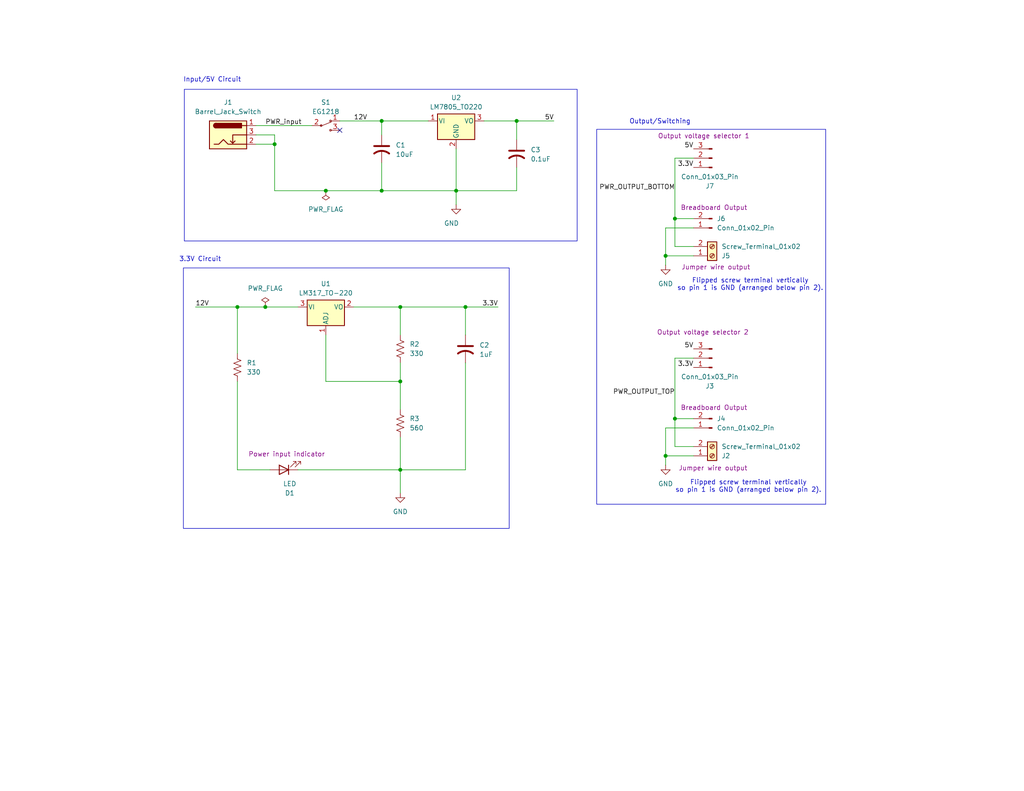
<source format=kicad_sch>
(kicad_sch
	(version 20250114)
	(generator "eeschema")
	(generator_version "9.0")
	(uuid "fa50651d-4aac-4666-bb8e-f51b60b3f1e7")
	(paper "A")
	(title_block
		(title "Breadboard Power Supply")
		(date "2025-11-25")
		(rev "2")
		(company "Ziegen Ludwig")
	)
	(lib_symbols
		(symbol "Connector:Barrel_Jack_Switch"
			(pin_names
				(hide yes)
			)
			(exclude_from_sim no)
			(in_bom yes)
			(on_board yes)
			(property "Reference" "J"
				(at 0 5.334 0)
				(effects
					(font
						(size 1.27 1.27)
					)
				)
			)
			(property "Value" "Barrel_Jack_Switch"
				(at 0 -5.08 0)
				(effects
					(font
						(size 1.27 1.27)
					)
				)
			)
			(property "Footprint" ""
				(at 1.27 -1.016 0)
				(effects
					(font
						(size 1.27 1.27)
					)
					(hide yes)
				)
			)
			(property "Datasheet" "~"
				(at 1.27 -1.016 0)
				(effects
					(font
						(size 1.27 1.27)
					)
					(hide yes)
				)
			)
			(property "Description" "DC Barrel Jack with an internal switch"
				(at 0 0 0)
				(effects
					(font
						(size 1.27 1.27)
					)
					(hide yes)
				)
			)
			(property "ki_keywords" "DC power barrel jack connector"
				(at 0 0 0)
				(effects
					(font
						(size 1.27 1.27)
					)
					(hide yes)
				)
			)
			(property "ki_fp_filters" "BarrelJack*"
				(at 0 0 0)
				(effects
					(font
						(size 1.27 1.27)
					)
					(hide yes)
				)
			)
			(symbol "Barrel_Jack_Switch_0_1"
				(rectangle
					(start -5.08 3.81)
					(end 5.08 -3.81)
					(stroke
						(width 0.254)
						(type default)
					)
					(fill
						(type background)
					)
				)
				(polyline
					(pts
						(xy -3.81 -2.54) (xy -2.54 -2.54) (xy -1.27 -1.27) (xy 0 -2.54) (xy 2.54 -2.54) (xy 5.08 -2.54)
					)
					(stroke
						(width 0.254)
						(type default)
					)
					(fill
						(type none)
					)
				)
				(arc
					(start -3.302 1.905)
					(mid -3.9343 2.54)
					(end -3.302 3.175)
					(stroke
						(width 0.254)
						(type default)
					)
					(fill
						(type none)
					)
				)
				(arc
					(start -3.302 1.905)
					(mid -3.9343 2.54)
					(end -3.302 3.175)
					(stroke
						(width 0.254)
						(type default)
					)
					(fill
						(type outline)
					)
				)
				(polyline
					(pts
						(xy 1.27 -2.286) (xy 1.905 -1.651)
					)
					(stroke
						(width 0.254)
						(type default)
					)
					(fill
						(type none)
					)
				)
				(rectangle
					(start 3.683 3.175)
					(end -3.302 1.905)
					(stroke
						(width 0.254)
						(type default)
					)
					(fill
						(type outline)
					)
				)
				(polyline
					(pts
						(xy 5.08 2.54) (xy 3.81 2.54)
					)
					(stroke
						(width 0.254)
						(type default)
					)
					(fill
						(type none)
					)
				)
				(polyline
					(pts
						(xy 5.08 0) (xy 1.27 0) (xy 1.27 -2.286) (xy 0.635 -1.651)
					)
					(stroke
						(width 0.254)
						(type default)
					)
					(fill
						(type none)
					)
				)
			)
			(symbol "Barrel_Jack_Switch_1_1"
				(pin passive line
					(at 7.62 2.54 180)
					(length 2.54)
					(name "~"
						(effects
							(font
								(size 1.27 1.27)
							)
						)
					)
					(number "1"
						(effects
							(font
								(size 1.27 1.27)
							)
						)
					)
				)
				(pin passive line
					(at 7.62 0 180)
					(length 2.54)
					(name "~"
						(effects
							(font
								(size 1.27 1.27)
							)
						)
					)
					(number "3"
						(effects
							(font
								(size 1.27 1.27)
							)
						)
					)
				)
				(pin passive line
					(at 7.62 -2.54 180)
					(length 2.54)
					(name "~"
						(effects
							(font
								(size 1.27 1.27)
							)
						)
					)
					(number "2"
						(effects
							(font
								(size 1.27 1.27)
							)
						)
					)
				)
			)
			(embedded_fonts no)
		)
		(symbol "Connector:Conn_01x02_Pin"
			(pin_names
				(offset 1.016)
				(hide yes)
			)
			(exclude_from_sim no)
			(in_bom yes)
			(on_board yes)
			(property "Reference" "J"
				(at 0 2.54 0)
				(effects
					(font
						(size 1.27 1.27)
					)
				)
			)
			(property "Value" "Conn_01x02_Pin"
				(at 0 -5.08 0)
				(effects
					(font
						(size 1.27 1.27)
					)
				)
			)
			(property "Footprint" ""
				(at 0 0 0)
				(effects
					(font
						(size 1.27 1.27)
					)
					(hide yes)
				)
			)
			(property "Datasheet" "~"
				(at 0 0 0)
				(effects
					(font
						(size 1.27 1.27)
					)
					(hide yes)
				)
			)
			(property "Description" "Generic connector, single row, 01x02, script generated"
				(at 0 0 0)
				(effects
					(font
						(size 1.27 1.27)
					)
					(hide yes)
				)
			)
			(property "ki_locked" ""
				(at 0 0 0)
				(effects
					(font
						(size 1.27 1.27)
					)
				)
			)
			(property "ki_keywords" "connector"
				(at 0 0 0)
				(effects
					(font
						(size 1.27 1.27)
					)
					(hide yes)
				)
			)
			(property "ki_fp_filters" "Connector*:*_1x??_*"
				(at 0 0 0)
				(effects
					(font
						(size 1.27 1.27)
					)
					(hide yes)
				)
			)
			(symbol "Conn_01x02_Pin_1_1"
				(rectangle
					(start 0.8636 0.127)
					(end 0 -0.127)
					(stroke
						(width 0.1524)
						(type default)
					)
					(fill
						(type outline)
					)
				)
				(rectangle
					(start 0.8636 -2.413)
					(end 0 -2.667)
					(stroke
						(width 0.1524)
						(type default)
					)
					(fill
						(type outline)
					)
				)
				(polyline
					(pts
						(xy 1.27 0) (xy 0.8636 0)
					)
					(stroke
						(width 0.1524)
						(type default)
					)
					(fill
						(type none)
					)
				)
				(polyline
					(pts
						(xy 1.27 -2.54) (xy 0.8636 -2.54)
					)
					(stroke
						(width 0.1524)
						(type default)
					)
					(fill
						(type none)
					)
				)
				(pin passive line
					(at 5.08 0 180)
					(length 3.81)
					(name "Pin_1"
						(effects
							(font
								(size 1.27 1.27)
							)
						)
					)
					(number "1"
						(effects
							(font
								(size 1.27 1.27)
							)
						)
					)
				)
				(pin passive line
					(at 5.08 -2.54 180)
					(length 3.81)
					(name "Pin_2"
						(effects
							(font
								(size 1.27 1.27)
							)
						)
					)
					(number "2"
						(effects
							(font
								(size 1.27 1.27)
							)
						)
					)
				)
			)
			(embedded_fonts no)
		)
		(symbol "Connector:Conn_01x03_Pin"
			(pin_names
				(offset 1.016)
				(hide yes)
			)
			(exclude_from_sim no)
			(in_bom yes)
			(on_board yes)
			(property "Reference" "J"
				(at 0 5.08 0)
				(effects
					(font
						(size 1.27 1.27)
					)
				)
			)
			(property "Value" "Conn_01x03_Pin"
				(at 0 -5.08 0)
				(effects
					(font
						(size 1.27 1.27)
					)
				)
			)
			(property "Footprint" ""
				(at 0 0 0)
				(effects
					(font
						(size 1.27 1.27)
					)
					(hide yes)
				)
			)
			(property "Datasheet" "~"
				(at 0 0 0)
				(effects
					(font
						(size 1.27 1.27)
					)
					(hide yes)
				)
			)
			(property "Description" "Generic connector, single row, 01x03, script generated"
				(at 0 0 0)
				(effects
					(font
						(size 1.27 1.27)
					)
					(hide yes)
				)
			)
			(property "ki_locked" ""
				(at 0 0 0)
				(effects
					(font
						(size 1.27 1.27)
					)
				)
			)
			(property "ki_keywords" "connector"
				(at 0 0 0)
				(effects
					(font
						(size 1.27 1.27)
					)
					(hide yes)
				)
			)
			(property "ki_fp_filters" "Connector*:*_1x??_*"
				(at 0 0 0)
				(effects
					(font
						(size 1.27 1.27)
					)
					(hide yes)
				)
			)
			(symbol "Conn_01x03_Pin_1_1"
				(rectangle
					(start 0.8636 2.667)
					(end 0 2.413)
					(stroke
						(width 0.1524)
						(type default)
					)
					(fill
						(type outline)
					)
				)
				(rectangle
					(start 0.8636 0.127)
					(end 0 -0.127)
					(stroke
						(width 0.1524)
						(type default)
					)
					(fill
						(type outline)
					)
				)
				(rectangle
					(start 0.8636 -2.413)
					(end 0 -2.667)
					(stroke
						(width 0.1524)
						(type default)
					)
					(fill
						(type outline)
					)
				)
				(polyline
					(pts
						(xy 1.27 2.54) (xy 0.8636 2.54)
					)
					(stroke
						(width 0.1524)
						(type default)
					)
					(fill
						(type none)
					)
				)
				(polyline
					(pts
						(xy 1.27 0) (xy 0.8636 0)
					)
					(stroke
						(width 0.1524)
						(type default)
					)
					(fill
						(type none)
					)
				)
				(polyline
					(pts
						(xy 1.27 -2.54) (xy 0.8636 -2.54)
					)
					(stroke
						(width 0.1524)
						(type default)
					)
					(fill
						(type none)
					)
				)
				(pin passive line
					(at 5.08 2.54 180)
					(length 3.81)
					(name "Pin_1"
						(effects
							(font
								(size 1.27 1.27)
							)
						)
					)
					(number "1"
						(effects
							(font
								(size 1.27 1.27)
							)
						)
					)
				)
				(pin passive line
					(at 5.08 0 180)
					(length 3.81)
					(name "Pin_2"
						(effects
							(font
								(size 1.27 1.27)
							)
						)
					)
					(number "2"
						(effects
							(font
								(size 1.27 1.27)
							)
						)
					)
				)
				(pin passive line
					(at 5.08 -2.54 180)
					(length 3.81)
					(name "Pin_3"
						(effects
							(font
								(size 1.27 1.27)
							)
						)
					)
					(number "3"
						(effects
							(font
								(size 1.27 1.27)
							)
						)
					)
				)
			)
			(embedded_fonts no)
		)
		(symbol "Connector:Screw_Terminal_01x02"
			(pin_names
				(offset 1.016)
				(hide yes)
			)
			(exclude_from_sim no)
			(in_bom yes)
			(on_board yes)
			(property "Reference" "J"
				(at 0 2.54 0)
				(effects
					(font
						(size 1.27 1.27)
					)
				)
			)
			(property "Value" "Screw_Terminal_01x02"
				(at 0 -5.08 0)
				(effects
					(font
						(size 1.27 1.27)
					)
				)
			)
			(property "Footprint" ""
				(at 0 0 0)
				(effects
					(font
						(size 1.27 1.27)
					)
					(hide yes)
				)
			)
			(property "Datasheet" "~"
				(at 0 0 0)
				(effects
					(font
						(size 1.27 1.27)
					)
					(hide yes)
				)
			)
			(property "Description" "Generic screw terminal, single row, 01x02, script generated (kicad-library-utils/schlib/autogen/connector/)"
				(at 0 0 0)
				(effects
					(font
						(size 1.27 1.27)
					)
					(hide yes)
				)
			)
			(property "ki_keywords" "screw terminal"
				(at 0 0 0)
				(effects
					(font
						(size 1.27 1.27)
					)
					(hide yes)
				)
			)
			(property "ki_fp_filters" "TerminalBlock*:*"
				(at 0 0 0)
				(effects
					(font
						(size 1.27 1.27)
					)
					(hide yes)
				)
			)
			(symbol "Screw_Terminal_01x02_1_1"
				(rectangle
					(start -1.27 1.27)
					(end 1.27 -3.81)
					(stroke
						(width 0.254)
						(type default)
					)
					(fill
						(type background)
					)
				)
				(polyline
					(pts
						(xy -0.5334 0.3302) (xy 0.3302 -0.508)
					)
					(stroke
						(width 0.1524)
						(type default)
					)
					(fill
						(type none)
					)
				)
				(polyline
					(pts
						(xy -0.5334 -2.2098) (xy 0.3302 -3.048)
					)
					(stroke
						(width 0.1524)
						(type default)
					)
					(fill
						(type none)
					)
				)
				(polyline
					(pts
						(xy -0.3556 0.508) (xy 0.508 -0.3302)
					)
					(stroke
						(width 0.1524)
						(type default)
					)
					(fill
						(type none)
					)
				)
				(polyline
					(pts
						(xy -0.3556 -2.032) (xy 0.508 -2.8702)
					)
					(stroke
						(width 0.1524)
						(type default)
					)
					(fill
						(type none)
					)
				)
				(circle
					(center 0 0)
					(radius 0.635)
					(stroke
						(width 0.1524)
						(type default)
					)
					(fill
						(type none)
					)
				)
				(circle
					(center 0 -2.54)
					(radius 0.635)
					(stroke
						(width 0.1524)
						(type default)
					)
					(fill
						(type none)
					)
				)
				(pin passive line
					(at -5.08 0 0)
					(length 3.81)
					(name "Pin_1"
						(effects
							(font
								(size 1.27 1.27)
							)
						)
					)
					(number "1"
						(effects
							(font
								(size 1.27 1.27)
							)
						)
					)
				)
				(pin passive line
					(at -5.08 -2.54 0)
					(length 3.81)
					(name "Pin_2"
						(effects
							(font
								(size 1.27 1.27)
							)
						)
					)
					(number "2"
						(effects
							(font
								(size 1.27 1.27)
							)
						)
					)
				)
			)
			(embedded_fonts no)
		)
		(symbol "Custom Symbols ZRL:EG1218"
			(exclude_from_sim no)
			(in_bom yes)
			(on_board yes)
			(property "Reference" "S"
				(at 0 1.016 0)
				(effects
					(font
						(size 1.27 1.27)
					)
				)
			)
			(property "Value" "EG1218"
				(at 0 -1.27 0)
				(effects
					(font
						(size 1.27 1.27)
					)
				)
			)
			(property "Footprint" "Custom Footprints ZRL:Switch_Slide_11.6x4mm_EG1218"
				(at 0 0 0)
				(effects
					(font
						(size 1.27 1.27)
					)
					(hide yes)
				)
			)
			(property "Datasheet" ""
				(at 0 0 0)
				(effects
					(font
						(size 1.27 1.27)
					)
					(hide yes)
				)
			)
			(property "Description" ""
				(at 0 0 0)
				(effects
					(font
						(size 1.27 1.27)
					)
					(hide yes)
				)
			)
			(symbol "EG1218_0_1"
				(circle
					(center -1.27 -5.08)
					(radius 0.0001)
					(stroke
						(width 0)
						(type default)
					)
					(fill
						(type none)
					)
				)
				(circle
					(center -1.27 -5.08)
					(radius 0.254)
					(stroke
						(width 0)
						(type default)
					)
					(fill
						(type none)
					)
				)
				(polyline
					(pts
						(xy -1.016 -5.08) (xy 1.524 -4.064)
					)
					(stroke
						(width 0)
						(type default)
					)
					(fill
						(type none)
					)
				)
				(circle
					(center 1.27 -3.81)
					(radius 0.254)
					(stroke
						(width 0)
						(type default)
					)
					(fill
						(type none)
					)
				)
				(circle
					(center 1.27 -6.35)
					(radius 0.254)
					(stroke
						(width 0)
						(type default)
					)
					(fill
						(type none)
					)
				)
			)
			(symbol "EG1218_1_1"
				(pin passive line
					(at -3.81 -5.08 0)
					(length 2.54)
					(name ""
						(effects
							(font
								(size 1.27 1.27)
							)
						)
					)
					(number "2"
						(effects
							(font
								(size 1.27 1.27)
							)
						)
					)
				)
				(pin passive line
					(at 3.81 -3.81 180)
					(length 2.54)
					(name ""
						(effects
							(font
								(size 1.27 1.27)
							)
						)
					)
					(number "1"
						(effects
							(font
								(size 1.27 1.27)
							)
						)
					)
				)
				(pin passive line
					(at 3.81 -6.35 180)
					(length 2.54)
					(name ""
						(effects
							(font
								(size 1.27 1.27)
							)
						)
					)
					(number "3"
						(effects
							(font
								(size 1.27 1.27)
							)
						)
					)
				)
			)
			(embedded_fonts no)
		)
		(symbol "Device:C_US"
			(pin_numbers
				(hide yes)
			)
			(pin_names
				(offset 0.254)
				(hide yes)
			)
			(exclude_from_sim no)
			(in_bom yes)
			(on_board yes)
			(property "Reference" "C"
				(at 0.635 2.54 0)
				(effects
					(font
						(size 1.27 1.27)
					)
					(justify left)
				)
			)
			(property "Value" "C_US"
				(at 0.635 -2.54 0)
				(effects
					(font
						(size 1.27 1.27)
					)
					(justify left)
				)
			)
			(property "Footprint" ""
				(at 0 0 0)
				(effects
					(font
						(size 1.27 1.27)
					)
					(hide yes)
				)
			)
			(property "Datasheet" ""
				(at 0 0 0)
				(effects
					(font
						(size 1.27 1.27)
					)
					(hide yes)
				)
			)
			(property "Description" "capacitor, US symbol"
				(at 0 0 0)
				(effects
					(font
						(size 1.27 1.27)
					)
					(hide yes)
				)
			)
			(property "ki_keywords" "cap capacitor"
				(at 0 0 0)
				(effects
					(font
						(size 1.27 1.27)
					)
					(hide yes)
				)
			)
			(property "ki_fp_filters" "C_*"
				(at 0 0 0)
				(effects
					(font
						(size 1.27 1.27)
					)
					(hide yes)
				)
			)
			(symbol "C_US_0_1"
				(polyline
					(pts
						(xy -2.032 0.762) (xy 2.032 0.762)
					)
					(stroke
						(width 0.508)
						(type default)
					)
					(fill
						(type none)
					)
				)
				(arc
					(start -2.032 -1.27)
					(mid 0 -0.5572)
					(end 2.032 -1.27)
					(stroke
						(width 0.508)
						(type default)
					)
					(fill
						(type none)
					)
				)
			)
			(symbol "C_US_1_1"
				(pin passive line
					(at 0 3.81 270)
					(length 2.794)
					(name "~"
						(effects
							(font
								(size 1.27 1.27)
							)
						)
					)
					(number "1"
						(effects
							(font
								(size 1.27 1.27)
							)
						)
					)
				)
				(pin passive line
					(at 0 -3.81 90)
					(length 3.302)
					(name "~"
						(effects
							(font
								(size 1.27 1.27)
							)
						)
					)
					(number "2"
						(effects
							(font
								(size 1.27 1.27)
							)
						)
					)
				)
			)
			(embedded_fonts no)
		)
		(symbol "Device:LED"
			(pin_numbers
				(hide yes)
			)
			(pin_names
				(offset 1.016)
				(hide yes)
			)
			(exclude_from_sim no)
			(in_bom yes)
			(on_board yes)
			(property "Reference" "D"
				(at 0 2.54 0)
				(effects
					(font
						(size 1.27 1.27)
					)
				)
			)
			(property "Value" "LED"
				(at 0 -2.54 0)
				(effects
					(font
						(size 1.27 1.27)
					)
				)
			)
			(property "Footprint" ""
				(at 0 0 0)
				(effects
					(font
						(size 1.27 1.27)
					)
					(hide yes)
				)
			)
			(property "Datasheet" "~"
				(at 0 0 0)
				(effects
					(font
						(size 1.27 1.27)
					)
					(hide yes)
				)
			)
			(property "Description" "Light emitting diode"
				(at 0 0 0)
				(effects
					(font
						(size 1.27 1.27)
					)
					(hide yes)
				)
			)
			(property "Sim.Pins" "1=K 2=A"
				(at 0 0 0)
				(effects
					(font
						(size 1.27 1.27)
					)
					(hide yes)
				)
			)
			(property "ki_keywords" "LED diode"
				(at 0 0 0)
				(effects
					(font
						(size 1.27 1.27)
					)
					(hide yes)
				)
			)
			(property "ki_fp_filters" "LED* LED_SMD:* LED_THT:*"
				(at 0 0 0)
				(effects
					(font
						(size 1.27 1.27)
					)
					(hide yes)
				)
			)
			(symbol "LED_0_1"
				(polyline
					(pts
						(xy -3.048 -0.762) (xy -4.572 -2.286) (xy -3.81 -2.286) (xy -4.572 -2.286) (xy -4.572 -1.524)
					)
					(stroke
						(width 0)
						(type default)
					)
					(fill
						(type none)
					)
				)
				(polyline
					(pts
						(xy -1.778 -0.762) (xy -3.302 -2.286) (xy -2.54 -2.286) (xy -3.302 -2.286) (xy -3.302 -1.524)
					)
					(stroke
						(width 0)
						(type default)
					)
					(fill
						(type none)
					)
				)
				(polyline
					(pts
						(xy -1.27 0) (xy 1.27 0)
					)
					(stroke
						(width 0)
						(type default)
					)
					(fill
						(type none)
					)
				)
				(polyline
					(pts
						(xy -1.27 -1.27) (xy -1.27 1.27)
					)
					(stroke
						(width 0.254)
						(type default)
					)
					(fill
						(type none)
					)
				)
				(polyline
					(pts
						(xy 1.27 -1.27) (xy 1.27 1.27) (xy -1.27 0) (xy 1.27 -1.27)
					)
					(stroke
						(width 0.254)
						(type default)
					)
					(fill
						(type none)
					)
				)
			)
			(symbol "LED_1_1"
				(pin passive line
					(at -3.81 0 0)
					(length 2.54)
					(name "K"
						(effects
							(font
								(size 1.27 1.27)
							)
						)
					)
					(number "1"
						(effects
							(font
								(size 1.27 1.27)
							)
						)
					)
				)
				(pin passive line
					(at 3.81 0 180)
					(length 2.54)
					(name "A"
						(effects
							(font
								(size 1.27 1.27)
							)
						)
					)
					(number "2"
						(effects
							(font
								(size 1.27 1.27)
							)
						)
					)
				)
			)
			(embedded_fonts no)
		)
		(symbol "Device:R_US"
			(pin_numbers
				(hide yes)
			)
			(pin_names
				(offset 0)
			)
			(exclude_from_sim no)
			(in_bom yes)
			(on_board yes)
			(property "Reference" "R"
				(at 2.54 0 90)
				(effects
					(font
						(size 1.27 1.27)
					)
				)
			)
			(property "Value" "R_US"
				(at -2.54 0 90)
				(effects
					(font
						(size 1.27 1.27)
					)
				)
			)
			(property "Footprint" ""
				(at 1.016 -0.254 90)
				(effects
					(font
						(size 1.27 1.27)
					)
					(hide yes)
				)
			)
			(property "Datasheet" "~"
				(at 0 0 0)
				(effects
					(font
						(size 1.27 1.27)
					)
					(hide yes)
				)
			)
			(property "Description" "Resistor, US symbol"
				(at 0 0 0)
				(effects
					(font
						(size 1.27 1.27)
					)
					(hide yes)
				)
			)
			(property "ki_keywords" "R res resistor"
				(at 0 0 0)
				(effects
					(font
						(size 1.27 1.27)
					)
					(hide yes)
				)
			)
			(property "ki_fp_filters" "R_*"
				(at 0 0 0)
				(effects
					(font
						(size 1.27 1.27)
					)
					(hide yes)
				)
			)
			(symbol "R_US_0_1"
				(polyline
					(pts
						(xy 0 2.286) (xy 0 2.54)
					)
					(stroke
						(width 0)
						(type default)
					)
					(fill
						(type none)
					)
				)
				(polyline
					(pts
						(xy 0 2.286) (xy 1.016 1.905) (xy 0 1.524) (xy -1.016 1.143) (xy 0 0.762)
					)
					(stroke
						(width 0)
						(type default)
					)
					(fill
						(type none)
					)
				)
				(polyline
					(pts
						(xy 0 0.762) (xy 1.016 0.381) (xy 0 0) (xy -1.016 -0.381) (xy 0 -0.762)
					)
					(stroke
						(width 0)
						(type default)
					)
					(fill
						(type none)
					)
				)
				(polyline
					(pts
						(xy 0 -0.762) (xy 1.016 -1.143) (xy 0 -1.524) (xy -1.016 -1.905) (xy 0 -2.286)
					)
					(stroke
						(width 0)
						(type default)
					)
					(fill
						(type none)
					)
				)
				(polyline
					(pts
						(xy 0 -2.286) (xy 0 -2.54)
					)
					(stroke
						(width 0)
						(type default)
					)
					(fill
						(type none)
					)
				)
			)
			(symbol "R_US_1_1"
				(pin passive line
					(at 0 3.81 270)
					(length 1.27)
					(name "~"
						(effects
							(font
								(size 1.27 1.27)
							)
						)
					)
					(number "1"
						(effects
							(font
								(size 1.27 1.27)
							)
						)
					)
				)
				(pin passive line
					(at 0 -3.81 90)
					(length 1.27)
					(name "~"
						(effects
							(font
								(size 1.27 1.27)
							)
						)
					)
					(number "2"
						(effects
							(font
								(size 1.27 1.27)
							)
						)
					)
				)
			)
			(embedded_fonts no)
		)
		(symbol "Regulator_Linear:LM317_TO-220"
			(pin_names
				(offset 0.254)
			)
			(exclude_from_sim no)
			(in_bom yes)
			(on_board yes)
			(property "Reference" "U"
				(at -3.81 3.175 0)
				(effects
					(font
						(size 1.27 1.27)
					)
				)
			)
			(property "Value" "LM317_TO-220"
				(at 0 3.175 0)
				(effects
					(font
						(size 1.27 1.27)
					)
					(justify left)
				)
			)
			(property "Footprint" "Package_TO_SOT_THT:TO-220-3_Vertical"
				(at 0 6.35 0)
				(effects
					(font
						(size 1.27 1.27)
						(italic yes)
					)
					(hide yes)
				)
			)
			(property "Datasheet" "http://www.ti.com/lit/ds/symlink/lm317.pdf"
				(at 0 0 0)
				(effects
					(font
						(size 1.27 1.27)
					)
					(hide yes)
				)
			)
			(property "Description" "1.5A 35V Adjustable Linear Regulator, TO-220"
				(at 0 0 0)
				(effects
					(font
						(size 1.27 1.27)
					)
					(hide yes)
				)
			)
			(property "ki_keywords" "Adjustable Voltage Regulator 1A Positive"
				(at 0 0 0)
				(effects
					(font
						(size 1.27 1.27)
					)
					(hide yes)
				)
			)
			(property "ki_fp_filters" "TO?220*"
				(at 0 0 0)
				(effects
					(font
						(size 1.27 1.27)
					)
					(hide yes)
				)
			)
			(symbol "LM317_TO-220_0_1"
				(rectangle
					(start -5.08 1.905)
					(end 5.08 -5.08)
					(stroke
						(width 0.254)
						(type default)
					)
					(fill
						(type background)
					)
				)
			)
			(symbol "LM317_TO-220_1_1"
				(pin power_in line
					(at -7.62 0 0)
					(length 2.54)
					(name "VI"
						(effects
							(font
								(size 1.27 1.27)
							)
						)
					)
					(number "3"
						(effects
							(font
								(size 1.27 1.27)
							)
						)
					)
				)
				(pin input line
					(at 0 -7.62 90)
					(length 2.54)
					(name "ADJ"
						(effects
							(font
								(size 1.27 1.27)
							)
						)
					)
					(number "1"
						(effects
							(font
								(size 1.27 1.27)
							)
						)
					)
				)
				(pin power_out line
					(at 7.62 0 180)
					(length 2.54)
					(name "VO"
						(effects
							(font
								(size 1.27 1.27)
							)
						)
					)
					(number "2"
						(effects
							(font
								(size 1.27 1.27)
							)
						)
					)
				)
			)
			(embedded_fonts no)
		)
		(symbol "Regulator_Linear:LM7805_TO220"
			(pin_names
				(offset 0.254)
			)
			(exclude_from_sim no)
			(in_bom yes)
			(on_board yes)
			(property "Reference" "U"
				(at -3.81 3.175 0)
				(effects
					(font
						(size 1.27 1.27)
					)
				)
			)
			(property "Value" "LM7805_TO220"
				(at 0 3.175 0)
				(effects
					(font
						(size 1.27 1.27)
					)
					(justify left)
				)
			)
			(property "Footprint" "Package_TO_SOT_THT:TO-220-3_Vertical"
				(at 0 5.715 0)
				(effects
					(font
						(size 1.27 1.27)
						(italic yes)
					)
					(hide yes)
				)
			)
			(property "Datasheet" "https://www.onsemi.cn/PowerSolutions/document/MC7800-D.PDF"
				(at 0 -1.27 0)
				(effects
					(font
						(size 1.27 1.27)
					)
					(hide yes)
				)
			)
			(property "Description" "Positive 1A 35V Linear Regulator, Fixed Output 5V, TO-220"
				(at 0 0 0)
				(effects
					(font
						(size 1.27 1.27)
					)
					(hide yes)
				)
			)
			(property "ki_keywords" "Voltage Regulator 1A Positive"
				(at 0 0 0)
				(effects
					(font
						(size 1.27 1.27)
					)
					(hide yes)
				)
			)
			(property "ki_fp_filters" "TO?220*"
				(at 0 0 0)
				(effects
					(font
						(size 1.27 1.27)
					)
					(hide yes)
				)
			)
			(symbol "LM7805_TO220_0_1"
				(rectangle
					(start -5.08 1.905)
					(end 5.08 -5.08)
					(stroke
						(width 0.254)
						(type default)
					)
					(fill
						(type background)
					)
				)
			)
			(symbol "LM7805_TO220_1_1"
				(pin power_in line
					(at -7.62 0 0)
					(length 2.54)
					(name "VI"
						(effects
							(font
								(size 1.27 1.27)
							)
						)
					)
					(number "1"
						(effects
							(font
								(size 1.27 1.27)
							)
						)
					)
				)
				(pin power_in line
					(at 0 -7.62 90)
					(length 2.54)
					(name "GND"
						(effects
							(font
								(size 1.27 1.27)
							)
						)
					)
					(number "2"
						(effects
							(font
								(size 1.27 1.27)
							)
						)
					)
				)
				(pin power_out line
					(at 7.62 0 180)
					(length 2.54)
					(name "VO"
						(effects
							(font
								(size 1.27 1.27)
							)
						)
					)
					(number "3"
						(effects
							(font
								(size 1.27 1.27)
							)
						)
					)
				)
			)
			(embedded_fonts no)
		)
		(symbol "power:GND"
			(power)
			(pin_numbers
				(hide yes)
			)
			(pin_names
				(offset 0)
				(hide yes)
			)
			(exclude_from_sim no)
			(in_bom yes)
			(on_board yes)
			(property "Reference" "#PWR"
				(at 0 -6.35 0)
				(effects
					(font
						(size 1.27 1.27)
					)
					(hide yes)
				)
			)
			(property "Value" "GND"
				(at 0 -3.81 0)
				(effects
					(font
						(size 1.27 1.27)
					)
				)
			)
			(property "Footprint" ""
				(at 0 0 0)
				(effects
					(font
						(size 1.27 1.27)
					)
					(hide yes)
				)
			)
			(property "Datasheet" ""
				(at 0 0 0)
				(effects
					(font
						(size 1.27 1.27)
					)
					(hide yes)
				)
			)
			(property "Description" "Power symbol creates a global label with name \"GND\" , ground"
				(at 0 0 0)
				(effects
					(font
						(size 1.27 1.27)
					)
					(hide yes)
				)
			)
			(property "ki_keywords" "global power"
				(at 0 0 0)
				(effects
					(font
						(size 1.27 1.27)
					)
					(hide yes)
				)
			)
			(symbol "GND_0_1"
				(polyline
					(pts
						(xy 0 0) (xy 0 -1.27) (xy 1.27 -1.27) (xy 0 -2.54) (xy -1.27 -1.27) (xy 0 -1.27)
					)
					(stroke
						(width 0)
						(type default)
					)
					(fill
						(type none)
					)
				)
			)
			(symbol "GND_1_1"
				(pin power_in line
					(at 0 0 270)
					(length 0)
					(name "~"
						(effects
							(font
								(size 1.27 1.27)
							)
						)
					)
					(number "1"
						(effects
							(font
								(size 1.27 1.27)
							)
						)
					)
				)
			)
			(embedded_fonts no)
		)
		(symbol "power:PWR_FLAG"
			(power)
			(pin_numbers
				(hide yes)
			)
			(pin_names
				(offset 0)
				(hide yes)
			)
			(exclude_from_sim no)
			(in_bom yes)
			(on_board yes)
			(property "Reference" "#FLG"
				(at 0 1.905 0)
				(effects
					(font
						(size 1.27 1.27)
					)
					(hide yes)
				)
			)
			(property "Value" "PWR_FLAG"
				(at 0 3.81 0)
				(effects
					(font
						(size 1.27 1.27)
					)
				)
			)
			(property "Footprint" ""
				(at 0 0 0)
				(effects
					(font
						(size 1.27 1.27)
					)
					(hide yes)
				)
			)
			(property "Datasheet" "~"
				(at 0 0 0)
				(effects
					(font
						(size 1.27 1.27)
					)
					(hide yes)
				)
			)
			(property "Description" "Special symbol for telling ERC where power comes from"
				(at 0 0 0)
				(effects
					(font
						(size 1.27 1.27)
					)
					(hide yes)
				)
			)
			(property "ki_keywords" "flag power"
				(at 0 0 0)
				(effects
					(font
						(size 1.27 1.27)
					)
					(hide yes)
				)
			)
			(symbol "PWR_FLAG_0_0"
				(pin power_out line
					(at 0 0 90)
					(length 0)
					(name "~"
						(effects
							(font
								(size 1.27 1.27)
							)
						)
					)
					(number "1"
						(effects
							(font
								(size 1.27 1.27)
							)
						)
					)
				)
			)
			(symbol "PWR_FLAG_0_1"
				(polyline
					(pts
						(xy 0 0) (xy 0 1.27) (xy -1.016 1.905) (xy 0 2.54) (xy 1.016 1.905) (xy 0 1.27)
					)
					(stroke
						(width 0)
						(type default)
					)
					(fill
						(type none)
					)
				)
			)
			(embedded_fonts no)
		)
	)
	(rectangle
		(start 162.814 35.306)
		(end 225.298 137.668)
		(stroke
			(width 0)
			(type default)
		)
		(fill
			(type none)
		)
		(uuid 2e6b37b0-d983-4880-9bc9-a698930dd00e)
	)
	(rectangle
		(start 50.292 24.384)
		(end 157.48 65.786)
		(stroke
			(width 0)
			(type default)
		)
		(fill
			(type none)
		)
		(uuid ba72c263-d333-4b03-995b-96701488cc19)
	)
	(rectangle
		(start 50.038 73.152)
		(end 138.938 144.272)
		(stroke
			(width 0)
			(type default)
		)
		(fill
			(type none)
		)
		(uuid f62c8a0a-e00b-41b5-8932-ea21385c158a)
	)
	(text "Output/Switching"
		(exclude_from_sim no)
		(at 180.086 33.274 0)
		(effects
			(font
				(size 1.27 1.27)
			)
		)
		(uuid "06cbbf5a-9035-4e01-9d17-0df0491c6610")
	)
	(text "Input/5V Circuit"
		(exclude_from_sim no)
		(at 57.912 21.844 0)
		(effects
			(font
				(size 1.27 1.27)
			)
		)
		(uuid "32de1682-3bbb-4898-b8f7-882e8df4b1d4")
	)
	(text "Flipped screw terminal vertically\nso pin 1 is GND (arranged below pin 2)."
		(exclude_from_sim no)
		(at 204.216 132.842 0)
		(effects
			(font
				(size 1.27 1.27)
			)
		)
		(uuid "b9226aa9-2e60-4c06-a127-0b7dbe9bc9c9")
	)
	(text "Flipped screw terminal vertically\nso pin 1 is GND (arranged below pin 2)."
		(exclude_from_sim no)
		(at 204.724 77.724 0)
		(effects
			(font
				(size 1.27 1.27)
			)
		)
		(uuid "c83c3928-15d0-401e-b77a-38ab04b590c9")
	)
	(text "3.3V Circuit"
		(exclude_from_sim no)
		(at 54.61 70.866 0)
		(effects
			(font
				(size 1.27 1.27)
			)
		)
		(uuid "f432aa2d-c2be-4dd9-af3b-fc6b2e7026e8")
	)
	(junction
		(at 104.14 33.02)
		(diameter 0)
		(color 0 0 0 0)
		(uuid "0c5acfd8-9665-452c-b56f-a8a3c33d8543")
	)
	(junction
		(at 127 83.82)
		(diameter 0)
		(color 0 0 0 0)
		(uuid "1f84da7c-4304-41f3-ade6-fc8dd15ceea2")
	)
	(junction
		(at 104.14 52.07)
		(diameter 0)
		(color 0 0 0 0)
		(uuid "2472b9ad-20c8-4bb7-b19d-88c7bc5e5830")
	)
	(junction
		(at 124.46 52.07)
		(diameter 0)
		(color 0 0 0 0)
		(uuid "3406c981-083b-4f1f-ab03-84bff8b16503")
	)
	(junction
		(at 72.39 83.82)
		(diameter 0)
		(color 0 0 0 0)
		(uuid "36cfd3a0-40d2-4e1a-b2ac-e40dccd39202")
	)
	(junction
		(at 64.77 83.82)
		(diameter 0)
		(color 0 0 0 0)
		(uuid "38b7173c-0caf-416f-8093-c2fb8eb5babd")
	)
	(junction
		(at 184.15 114.3)
		(diameter 0)
		(color 0 0 0 0)
		(uuid "47276d29-330f-43e3-9dfa-7b404003985c")
	)
	(junction
		(at 88.9 52.07)
		(diameter 0)
		(color 0 0 0 0)
		(uuid "4bf99162-b21e-4de0-9453-7877d29991be")
	)
	(junction
		(at 109.22 128.27)
		(diameter 0)
		(color 0 0 0 0)
		(uuid "500a6bdb-9f45-48d8-9ff3-4f87a8965e39")
	)
	(junction
		(at 140.97 33.02)
		(diameter 0)
		(color 0 0 0 0)
		(uuid "86cf70d3-b364-44cf-bc25-b1ebb013cf8e")
	)
	(junction
		(at 181.61 69.85)
		(diameter 0)
		(color 0 0 0 0)
		(uuid "96410b1b-d34b-4e73-836a-1797fec3e4af")
	)
	(junction
		(at 109.22 83.82)
		(diameter 0)
		(color 0 0 0 0)
		(uuid "a89efafc-819d-49bd-adda-182e332a69cf")
	)
	(junction
		(at 74.93 39.37)
		(diameter 0)
		(color 0 0 0 0)
		(uuid "b406d2a4-3689-4a77-9f82-5a2160857db7")
	)
	(junction
		(at 109.22 104.14)
		(diameter 0)
		(color 0 0 0 0)
		(uuid "d2d68757-a5ae-485c-b8e2-8a72cc4465dc")
	)
	(junction
		(at 181.61 124.46)
		(diameter 0)
		(color 0 0 0 0)
		(uuid "e4ad1958-aebf-4df5-aa0a-221337586b22")
	)
	(junction
		(at 184.15 59.69)
		(diameter 0)
		(color 0 0 0 0)
		(uuid "ef6cf4de-26cd-4f6a-8f96-1241bdf651ec")
	)
	(no_connect
		(at 92.71 35.56)
		(uuid "9fa263e7-3fa0-4e8b-965e-1cc72e5af676")
	)
	(wire
		(pts
			(xy 127 83.82) (xy 135.89 83.82)
		)
		(stroke
			(width 0)
			(type default)
		)
		(uuid "03047671-098f-44b4-a706-0cdd26bf4c27")
	)
	(wire
		(pts
			(xy 184.15 59.69) (xy 184.15 67.31)
		)
		(stroke
			(width 0)
			(type default)
		)
		(uuid "0414064f-0e59-46af-957f-a9d831e39bbf")
	)
	(wire
		(pts
			(xy 88.9 91.44) (xy 88.9 104.14)
		)
		(stroke
			(width 0)
			(type default)
		)
		(uuid "0c8736cf-2e33-4415-91f1-648e7ebc1481")
	)
	(wire
		(pts
			(xy 109.22 128.27) (xy 109.22 134.62)
		)
		(stroke
			(width 0)
			(type default)
		)
		(uuid "0dcb5700-4c75-4403-9e0e-0d4ec5655d88")
	)
	(wire
		(pts
			(xy 184.15 59.69) (xy 189.23 59.69)
		)
		(stroke
			(width 0)
			(type default)
		)
		(uuid "0ed53320-b2f7-45cf-8530-ba4bed26c37f")
	)
	(wire
		(pts
			(xy 64.77 104.14) (xy 64.77 128.27)
		)
		(stroke
			(width 0)
			(type default)
		)
		(uuid "0f1fa0b6-3e5d-4e8f-8304-5d5f1dcb94db")
	)
	(wire
		(pts
			(xy 124.46 52.07) (xy 124.46 55.88)
		)
		(stroke
			(width 0)
			(type default)
		)
		(uuid "10fe626c-4807-43d2-8755-24e6ddcbd192")
	)
	(wire
		(pts
			(xy 88.9 104.14) (xy 109.22 104.14)
		)
		(stroke
			(width 0)
			(type default)
		)
		(uuid "167cb4f2-8a42-4d17-9eeb-c996f6ba8907")
	)
	(wire
		(pts
			(xy 74.93 52.07) (xy 88.9 52.07)
		)
		(stroke
			(width 0)
			(type default)
		)
		(uuid "1a9c7d4e-8a3e-48b2-a200-398fa275dc57")
	)
	(wire
		(pts
			(xy 181.61 124.46) (xy 181.61 127)
		)
		(stroke
			(width 0)
			(type default)
		)
		(uuid "1c7eeb8e-2616-44dd-a048-573eca49916d")
	)
	(wire
		(pts
			(xy 124.46 40.64) (xy 124.46 52.07)
		)
		(stroke
			(width 0)
			(type default)
		)
		(uuid "1da6fc0a-6c84-4b1a-9489-6f1cf99db46a")
	)
	(wire
		(pts
			(xy 88.9 52.07) (xy 104.14 52.07)
		)
		(stroke
			(width 0)
			(type default)
		)
		(uuid "253acf9c-e841-45ba-bee1-957d25ff785f")
	)
	(wire
		(pts
			(xy 64.77 96.52) (xy 64.77 83.82)
		)
		(stroke
			(width 0)
			(type default)
		)
		(uuid "2d939c0a-0035-4f80-87c6-34fc19f2b844")
	)
	(wire
		(pts
			(xy 184.15 67.31) (xy 189.23 67.31)
		)
		(stroke
			(width 0)
			(type default)
		)
		(uuid "39c6853c-7c41-4fe4-a94b-d9397f4b9b1f")
	)
	(wire
		(pts
			(xy 72.39 83.82) (xy 81.28 83.82)
		)
		(stroke
			(width 0)
			(type default)
		)
		(uuid "3c72e551-3bbc-4bf5-b52f-3440647c2a50")
	)
	(wire
		(pts
			(xy 189.23 124.46) (xy 181.61 124.46)
		)
		(stroke
			(width 0)
			(type default)
		)
		(uuid "43ae0837-921c-431b-85b7-666987a3b1fe")
	)
	(wire
		(pts
			(xy 124.46 52.07) (xy 140.97 52.07)
		)
		(stroke
			(width 0)
			(type default)
		)
		(uuid "4beb3012-713e-4c3c-950b-c4301d7cecfe")
	)
	(wire
		(pts
			(xy 189.23 121.92) (xy 184.15 121.92)
		)
		(stroke
			(width 0)
			(type default)
		)
		(uuid "528e6754-80b4-45f7-8c58-2224fea64770")
	)
	(wire
		(pts
			(xy 104.14 44.45) (xy 104.14 52.07)
		)
		(stroke
			(width 0)
			(type default)
		)
		(uuid "541670bb-21b8-4926-acaf-92a8f7c08f34")
	)
	(wire
		(pts
			(xy 64.77 128.27) (xy 73.66 128.27)
		)
		(stroke
			(width 0)
			(type default)
		)
		(uuid "583869e9-62af-4d77-99d8-e3f0d2d242e0")
	)
	(wire
		(pts
			(xy 81.28 128.27) (xy 109.22 128.27)
		)
		(stroke
			(width 0)
			(type default)
		)
		(uuid "59b84389-d0ca-4542-932a-988a4f628d14")
	)
	(wire
		(pts
			(xy 64.77 83.82) (xy 72.39 83.82)
		)
		(stroke
			(width 0)
			(type default)
		)
		(uuid "59dc070c-a289-4578-97ef-55dd7c4d687b")
	)
	(wire
		(pts
			(xy 109.22 83.82) (xy 127 83.82)
		)
		(stroke
			(width 0)
			(type default)
		)
		(uuid "5c9783d4-dfaa-487e-a4a1-c87e1796b080")
	)
	(wire
		(pts
			(xy 74.93 39.37) (xy 74.93 52.07)
		)
		(stroke
			(width 0)
			(type default)
		)
		(uuid "5d8a3cbe-2101-454f-ae93-72721fc3c48f")
	)
	(wire
		(pts
			(xy 69.85 36.83) (xy 74.93 36.83)
		)
		(stroke
			(width 0)
			(type default)
		)
		(uuid "658f840e-e98c-4f66-b4f9-4ac2271e6fef")
	)
	(wire
		(pts
			(xy 127 83.82) (xy 127 91.44)
		)
		(stroke
			(width 0)
			(type default)
		)
		(uuid "68b9aded-0fb2-48b0-85ec-9e1e4eb29e92")
	)
	(wire
		(pts
			(xy 189.23 43.18) (xy 184.15 43.18)
		)
		(stroke
			(width 0)
			(type default)
		)
		(uuid "6efb1a03-def9-4b64-a41a-8aede7a470ca")
	)
	(wire
		(pts
			(xy 184.15 43.18) (xy 184.15 59.69)
		)
		(stroke
			(width 0)
			(type default)
		)
		(uuid "7098ca2c-161d-402d-936b-a3f8589e138f")
	)
	(wire
		(pts
			(xy 109.22 83.82) (xy 109.22 91.44)
		)
		(stroke
			(width 0)
			(type default)
		)
		(uuid "7b9b1471-887d-43f3-9b10-b3549618b409")
	)
	(wire
		(pts
			(xy 140.97 45.72) (xy 140.97 52.07)
		)
		(stroke
			(width 0)
			(type default)
		)
		(uuid "7c5fa4e0-aad2-4881-8191-f263b1588bb9")
	)
	(wire
		(pts
			(xy 184.15 114.3) (xy 189.23 114.3)
		)
		(stroke
			(width 0)
			(type default)
		)
		(uuid "7ea4d54c-05ec-4380-bb87-325e21f9153c")
	)
	(wire
		(pts
			(xy 104.14 52.07) (xy 124.46 52.07)
		)
		(stroke
			(width 0)
			(type default)
		)
		(uuid "89250219-34dc-4c12-a48c-e0841c616bbc")
	)
	(wire
		(pts
			(xy 69.85 34.29) (xy 85.09 34.29)
		)
		(stroke
			(width 0)
			(type default)
		)
		(uuid "89372e06-233a-4155-94d6-a9cfb6935e63")
	)
	(wire
		(pts
			(xy 96.52 83.82) (xy 109.22 83.82)
		)
		(stroke
			(width 0)
			(type default)
		)
		(uuid "8f9db4e7-4e32-41cb-a218-1f0cd4cf458d")
	)
	(wire
		(pts
			(xy 127 99.06) (xy 127 128.27)
		)
		(stroke
			(width 0)
			(type default)
		)
		(uuid "92b10cdf-715e-4021-a692-286791075efc")
	)
	(wire
		(pts
			(xy 104.14 33.02) (xy 116.84 33.02)
		)
		(stroke
			(width 0)
			(type default)
		)
		(uuid "94a2a0f4-0207-430c-8a8c-912bcb63b869")
	)
	(wire
		(pts
			(xy 189.23 69.85) (xy 181.61 69.85)
		)
		(stroke
			(width 0)
			(type default)
		)
		(uuid "954b14af-a811-4d44-b52e-21a56c16d6d8")
	)
	(wire
		(pts
			(xy 109.22 99.06) (xy 109.22 104.14)
		)
		(stroke
			(width 0)
			(type default)
		)
		(uuid "96d209b1-0a21-4d64-ae31-817bebd62eaf")
	)
	(wire
		(pts
			(xy 140.97 33.02) (xy 140.97 38.1)
		)
		(stroke
			(width 0)
			(type default)
		)
		(uuid "a4227542-b99a-44d1-a039-1a09f307006e")
	)
	(wire
		(pts
			(xy 184.15 114.3) (xy 184.15 97.79)
		)
		(stroke
			(width 0)
			(type default)
		)
		(uuid "b21e1fef-ea5b-4928-8c47-73931429d6e8")
	)
	(wire
		(pts
			(xy 181.61 116.84) (xy 181.61 124.46)
		)
		(stroke
			(width 0)
			(type default)
		)
		(uuid "b466d1d4-3061-4acd-af6d-0c752e401a3b")
	)
	(wire
		(pts
			(xy 132.08 33.02) (xy 140.97 33.02)
		)
		(stroke
			(width 0)
			(type default)
		)
		(uuid "b652fdf2-a1d5-40d2-bd4a-2576e9c03c90")
	)
	(wire
		(pts
			(xy 127 128.27) (xy 109.22 128.27)
		)
		(stroke
			(width 0)
			(type default)
		)
		(uuid "b8419bfa-47f0-404a-8e64-d0bc75446070")
	)
	(wire
		(pts
			(xy 140.97 33.02) (xy 151.13 33.02)
		)
		(stroke
			(width 0)
			(type default)
		)
		(uuid "bafffb75-2c71-4542-9af7-1d0c24416d12")
	)
	(wire
		(pts
			(xy 181.61 62.23) (xy 181.61 69.85)
		)
		(stroke
			(width 0)
			(type default)
		)
		(uuid "bb8b016c-f1ac-4110-9b28-8e6cde9147cb")
	)
	(wire
		(pts
			(xy 109.22 128.27) (xy 109.22 119.38)
		)
		(stroke
			(width 0)
			(type default)
		)
		(uuid "bd44c605-5160-403e-9e0b-67968e5df879")
	)
	(wire
		(pts
			(xy 69.85 39.37) (xy 74.93 39.37)
		)
		(stroke
			(width 0)
			(type default)
		)
		(uuid "c002d31a-de11-4241-838d-df70779b895f")
	)
	(wire
		(pts
			(xy 104.14 33.02) (xy 104.14 36.83)
		)
		(stroke
			(width 0)
			(type default)
		)
		(uuid "c2d33b8f-5796-4ce9-883d-e22333383bd3")
	)
	(wire
		(pts
			(xy 189.23 62.23) (xy 181.61 62.23)
		)
		(stroke
			(width 0)
			(type default)
		)
		(uuid "c5e1da9e-5c80-4bac-a2e5-fe005a8b4f38")
	)
	(wire
		(pts
			(xy 109.22 104.14) (xy 109.22 111.76)
		)
		(stroke
			(width 0)
			(type default)
		)
		(uuid "cbd55090-e8b9-4e9d-b9b8-98492ba2140d")
	)
	(wire
		(pts
			(xy 92.71 33.02) (xy 104.14 33.02)
		)
		(stroke
			(width 0)
			(type default)
		)
		(uuid "d4cc2262-daa5-4bd0-995f-404892e156e5")
	)
	(wire
		(pts
			(xy 184.15 97.79) (xy 189.23 97.79)
		)
		(stroke
			(width 0)
			(type default)
		)
		(uuid "d6fb9812-3603-4e70-a721-3fac13e9ffbf")
	)
	(wire
		(pts
			(xy 184.15 121.92) (xy 184.15 114.3)
		)
		(stroke
			(width 0)
			(type default)
		)
		(uuid "d83c2d55-dfdf-4dfb-90a2-720ca50e7971")
	)
	(wire
		(pts
			(xy 189.23 116.84) (xy 181.61 116.84)
		)
		(stroke
			(width 0)
			(type default)
		)
		(uuid "d96a3289-4083-4fe8-bf79-3f7f2d03d8e4")
	)
	(wire
		(pts
			(xy 181.61 69.85) (xy 181.61 72.39)
		)
		(stroke
			(width 0)
			(type default)
		)
		(uuid "f45bbd90-93aa-42b1-87ca-cd28c7b22901")
	)
	(wire
		(pts
			(xy 74.93 36.83) (xy 74.93 39.37)
		)
		(stroke
			(width 0)
			(type default)
		)
		(uuid "f5d543dc-1250-4a13-8167-b7412dea6425")
	)
	(wire
		(pts
			(xy 53.34 83.82) (xy 64.77 83.82)
		)
		(stroke
			(width 0)
			(type default)
		)
		(uuid "f9f54cef-16f1-4ba7-b8c6-cf7a9b89271f")
	)
	(label "PWR_input"
		(at 72.39 34.29 0)
		(effects
			(font
				(size 1.27 1.27)
			)
			(justify left bottom)
		)
		(uuid "08f17269-a3b6-4221-9899-e5d92097d6cf")
	)
	(label "5V"
		(at 151.13 33.02 180)
		(effects
			(font
				(size 1.27 1.27)
			)
			(justify right bottom)
		)
		(uuid "3d2a3b8d-316f-4264-ae5d-7fa4cd833734")
	)
	(label "3.3V"
		(at 135.89 83.82 180)
		(effects
			(font
				(size 1.27 1.27)
			)
			(justify right bottom)
		)
		(uuid "4692b43e-971c-4161-93e5-a6b5cb9f83cb")
	)
	(label "5V"
		(at 189.23 95.25 180)
		(effects
			(font
				(size 1.27 1.27)
			)
			(justify right bottom)
		)
		(uuid "5b624d83-add3-4700-a4f9-0c70cbef7f7a")
	)
	(label "12V"
		(at 96.52 33.02 0)
		(effects
			(font
				(size 1.27 1.27)
			)
			(justify left bottom)
		)
		(uuid "6fcad56a-2f87-4fc2-992f-79bb6f340e55")
	)
	(label "3.3V"
		(at 189.23 100.33 180)
		(effects
			(font
				(size 1.27 1.27)
			)
			(justify right bottom)
		)
		(uuid "73e528f7-5e1c-4cb0-9d5f-4f026c001a21")
	)
	(label "3.3V"
		(at 189.23 45.72 180)
		(effects
			(font
				(size 1.27 1.27)
			)
			(justify right bottom)
		)
		(uuid "777c6a38-7c01-4daa-a888-f6fc8df05aea")
	)
	(label "PWR_OUTPUT_TOP"
		(at 184.15 107.95 180)
		(effects
			(font
				(size 1.27 1.27)
			)
			(justify right bottom)
		)
		(uuid "7d787b6c-2541-4843-9bbf-0f1184ea5b55")
	)
	(label "12V"
		(at 53.34 83.82 0)
		(effects
			(font
				(size 1.27 1.27)
			)
			(justify left bottom)
		)
		(uuid "953adb74-db7f-479b-9eae-00a43641005f")
	)
	(label "PWR_OUTPUT_BOTTOM"
		(at 184.15 52.07 180)
		(effects
			(font
				(size 1.27 1.27)
			)
			(justify right bottom)
		)
		(uuid "df5d5dc5-ffbf-4d69-a361-eceba0da8d07")
	)
	(label "5V"
		(at 189.23 40.64 180)
		(effects
			(font
				(size 1.27 1.27)
			)
			(justify right bottom)
		)
		(uuid "fce6c20c-99fe-41df-904c-5662b3a62529")
	)
	(symbol
		(lib_id "Device:R_US")
		(at 109.22 115.57 180)
		(unit 1)
		(exclude_from_sim no)
		(in_bom yes)
		(on_board yes)
		(dnp no)
		(fields_autoplaced yes)
		(uuid "070c2102-33cd-4814-b1d4-3e82462758f7")
		(property "Reference" "R3"
			(at 111.76 114.2999 0)
			(effects
				(font
					(size 1.27 1.27)
				)
				(justify right)
			)
		)
		(property "Value" "560"
			(at 111.76 116.8399 0)
			(effects
				(font
					(size 1.27 1.27)
				)
				(justify right)
			)
		)
		(property "Footprint" "Resistor_THT:R_Axial_DIN0204_L3.6mm_D1.6mm_P7.62mm_Horizontal"
			(at 108.204 115.316 90)
			(effects
				(font
					(size 1.27 1.27)
				)
				(hide yes)
			)
		)
		(property "Datasheet" "~"
			(at 109.22 115.57 0)
			(effects
				(font
					(size 1.27 1.27)
				)
				(hide yes)
			)
		)
		(property "Description" "Resistor, US symbol"
			(at 109.22 115.57 0)
			(effects
				(font
					(size 1.27 1.27)
				)
				(hide yes)
			)
		)
		(property "Purpose" ""
			(at 109.22 115.57 0)
			(effects
				(font
					(size 1.27 1.27)
				)
				(hide yes)
			)
		)
		(property "MPN" "ROX1SJ560R"
			(at 109.22 115.57 0)
			(effects
				(font
					(size 1.27 1.27)
				)
				(hide yes)
			)
		)
		(pin "2"
			(uuid "a568a3d0-0b62-477a-8ec9-8039cdd4ff34")
		)
		(pin "1"
			(uuid "a303a663-610c-4edc-8445-a82526d109d7")
		)
		(instances
			(project "Breadboard Power Supply"
				(path "/fa50651d-4aac-4666-bb8e-f51b60b3f1e7"
					(reference "R3")
					(unit 1)
				)
			)
		)
	)
	(symbol
		(lib_id "Device:LED")
		(at 77.47 128.27 180)
		(unit 1)
		(exclude_from_sim no)
		(in_bom yes)
		(on_board yes)
		(dnp no)
		(uuid "07175c0c-13c1-4395-8070-5f83c958580d")
		(property "Reference" "D1"
			(at 79.0575 134.62 0)
			(effects
				(font
					(size 1.27 1.27)
				)
			)
		)
		(property "Value" "LED"
			(at 79.0575 132.08 0)
			(effects
				(font
					(size 1.27 1.27)
				)
			)
		)
		(property "Footprint" "LED_THT:LED_D5.0mm"
			(at 77.47 128.27 0)
			(effects
				(font
					(size 1.27 1.27)
				)
				(hide yes)
			)
		)
		(property "Datasheet" "~"
			(at 77.47 128.27 0)
			(effects
				(font
					(size 1.27 1.27)
				)
				(hide yes)
			)
		)
		(property "Description" "Light emitting diode"
			(at 77.47 128.27 0)
			(effects
				(font
					(size 1.27 1.27)
				)
				(hide yes)
			)
		)
		(property "Sim.Pins" "1=K 2=A"
			(at 77.47 128.27 0)
			(effects
				(font
					(size 1.27 1.27)
				)
				(hide yes)
			)
		)
		(property "Purpose" "Power input indicator"
			(at 78.232 123.952 0)
			(effects
				(font
					(size 1.27 1.27)
				)
			)
		)
		(property "MPN" "SSL-LX3054ID"
			(at 77.47 128.27 0)
			(effects
				(font
					(size 1.27 1.27)
				)
				(hide yes)
			)
		)
		(pin "1"
			(uuid "1d98440a-2867-414c-bb6e-783c9692d2b1")
		)
		(pin "2"
			(uuid "9b892b53-aedb-4c61-951f-2bd7bdf5e8a8")
		)
		(instances
			(project ""
				(path "/fa50651d-4aac-4666-bb8e-f51b60b3f1e7"
					(reference "D1")
					(unit 1)
				)
			)
		)
	)
	(symbol
		(lib_id "power:GND")
		(at 124.46 55.88 0)
		(unit 1)
		(exclude_from_sim no)
		(in_bom yes)
		(on_board yes)
		(dnp no)
		(uuid "0e401843-b1ea-41a9-b7fa-dd2d916cc446")
		(property "Reference" "#PWR01"
			(at 124.46 62.23 0)
			(effects
				(font
					(size 1.27 1.27)
				)
				(hide yes)
			)
		)
		(property "Value" "GND"
			(at 123.19 60.96 0)
			(effects
				(font
					(size 1.27 1.27)
				)
			)
		)
		(property "Footprint" ""
			(at 124.46 55.88 0)
			(effects
				(font
					(size 1.27 1.27)
				)
				(hide yes)
			)
		)
		(property "Datasheet" ""
			(at 124.46 55.88 0)
			(effects
				(font
					(size 1.27 1.27)
				)
				(hide yes)
			)
		)
		(property "Description" "Power symbol creates a global label with name \"GND\" , ground"
			(at 124.46 55.88 0)
			(effects
				(font
					(size 1.27 1.27)
				)
				(hide yes)
			)
		)
		(pin "1"
			(uuid "263a18b5-372d-47ac-aa4d-030422328b12")
		)
		(instances
			(project ""
				(path "/fa50651d-4aac-4666-bb8e-f51b60b3f1e7"
					(reference "#PWR01")
					(unit 1)
				)
			)
		)
	)
	(symbol
		(lib_id "Connector:Conn_01x03_Pin")
		(at 194.31 97.79 180)
		(unit 1)
		(exclude_from_sim no)
		(in_bom yes)
		(on_board yes)
		(dnp no)
		(uuid "0fbef443-0635-4a90-b6dc-21b0c41c9194")
		(property "Reference" "J3"
			(at 193.675 105.41 0)
			(effects
				(font
					(size 1.27 1.27)
				)
			)
		)
		(property "Value" "Conn_01x03_Pin"
			(at 193.675 102.87 0)
			(effects
				(font
					(size 1.27 1.27)
				)
			)
		)
		(property "Footprint" "Connector_PinHeader_2.54mm:PinHeader_1x03_P2.54mm_Vertical"
			(at 194.31 97.79 0)
			(effects
				(font
					(size 1.27 1.27)
				)
				(hide yes)
			)
		)
		(property "Datasheet" "~"
			(at 194.31 97.79 0)
			(effects
				(font
					(size 1.27 1.27)
				)
				(hide yes)
			)
		)
		(property "Description" "Generic connector, single row, 01x03, script generated"
			(at 194.31 97.79 0)
			(effects
				(font
					(size 1.27 1.27)
				)
				(hide yes)
			)
		)
		(property "Purpose" "Output voltage selector 2"
			(at 191.77 90.678 0)
			(effects
				(font
					(size 1.27 1.27)
				)
			)
		)
		(property "MPN" "TSW-101-24-G-T"
			(at 194.31 97.79 0)
			(effects
				(font
					(size 1.27 1.27)
				)
				(hide yes)
			)
		)
		(pin "3"
			(uuid "b41c03fb-b8eb-4aaf-8fff-ad76f5046109")
		)
		(pin "2"
			(uuid "5b919560-535e-4ff4-b584-6283ad690199")
		)
		(pin "1"
			(uuid "410e0627-be79-4808-ab2e-140ea946e2bc")
		)
		(instances
			(project ""
				(path "/fa50651d-4aac-4666-bb8e-f51b60b3f1e7"
					(reference "J3")
					(unit 1)
				)
			)
		)
	)
	(symbol
		(lib_id "Regulator_Linear:LM7805_TO220")
		(at 124.46 33.02 0)
		(unit 1)
		(exclude_from_sim no)
		(in_bom yes)
		(on_board yes)
		(dnp no)
		(fields_autoplaced yes)
		(uuid "185c89db-359d-47c0-a3df-28e6f57e3654")
		(property "Reference" "U2"
			(at 124.46 26.67 0)
			(effects
				(font
					(size 1.27 1.27)
				)
			)
		)
		(property "Value" "LM7805_TO220"
			(at 124.46 29.21 0)
			(effects
				(font
					(size 1.27 1.27)
				)
			)
		)
		(property "Footprint" "Package_TO_SOT_THT:TO-220-3_Vertical"
			(at 124.46 27.305 0)
			(effects
				(font
					(size 1.27 1.27)
					(italic yes)
				)
				(hide yes)
			)
		)
		(property "Datasheet" "https://www.onsemi.cn/PowerSolutions/document/MC7800-D.PDF"
			(at 124.46 34.29 0)
			(effects
				(font
					(size 1.27 1.27)
				)
				(hide yes)
			)
		)
		(property "Description" "Positive 1A 35V Linear Regulator, Fixed Output 5V, TO-220"
			(at 124.46 33.02 0)
			(effects
				(font
					(size 1.27 1.27)
				)
				(hide yes)
			)
		)
		(property "Purpose" ""
			(at 124.46 33.02 0)
			(effects
				(font
					(size 1.27 1.27)
				)
				(hide yes)
			)
		)
		(property "MPN" "LM7805CT/NOPB"
			(at 124.46 33.02 0)
			(effects
				(font
					(size 1.27 1.27)
				)
				(hide yes)
			)
		)
		(pin "1"
			(uuid "1a3fdd6a-6c42-4650-8e36-307cf62b0b83")
		)
		(pin "2"
			(uuid "da695d22-da83-40cf-9125-6b85eee9cbdd")
		)
		(pin "3"
			(uuid "9f047743-f7bd-4f4d-b161-e42c1a3a69b0")
		)
		(instances
			(project ""
				(path "/fa50651d-4aac-4666-bb8e-f51b60b3f1e7"
					(reference "U2")
					(unit 1)
				)
			)
		)
	)
	(symbol
		(lib_id "Connector:Screw_Terminal_01x02")
		(at 194.31 124.46 0)
		(mirror x)
		(unit 1)
		(exclude_from_sim no)
		(in_bom yes)
		(on_board yes)
		(dnp no)
		(uuid "2f89d98c-ffb9-4888-8028-d292f9eb709c")
		(property "Reference" "J2"
			(at 196.85 124.4601 0)
			(effects
				(font
					(size 1.27 1.27)
				)
				(justify left)
			)
		)
		(property "Value" "Screw_Terminal_01x02"
			(at 196.85 121.9201 0)
			(effects
				(font
					(size 1.27 1.27)
				)
				(justify left)
			)
		)
		(property "Footprint" "Custom Footprints ZRL:TerminalBlock_bornier-2_P5.08mm"
			(at 194.31 124.46 0)
			(effects
				(font
					(size 1.27 1.27)
				)
				(hide yes)
			)
		)
		(property "Datasheet" "~"
			(at 194.31 124.46 0)
			(effects
				(font
					(size 1.27 1.27)
				)
				(hide yes)
			)
		)
		(property "Description" "Generic screw terminal, single row, 01x02, script generated (kicad-library-utils/schlib/autogen/connector/)"
			(at 194.31 124.46 0)
			(effects
				(font
					(size 1.27 1.27)
				)
				(hide yes)
			)
		)
		(property "Purpose" "Jumper wire output"
			(at 194.564 127.762 0)
			(effects
				(font
					(size 1.27 1.27)
				)
			)
		)
		(property "MPN" "1729128"
			(at 194.31 124.46 0)
			(effects
				(font
					(size 1.27 1.27)
				)
				(hide yes)
			)
		)
		(pin "2"
			(uuid "48f35f18-f9eb-438d-a47c-031dd873d673")
		)
		(pin "1"
			(uuid "387630da-d6e4-489f-ab8f-36ff8fcda0df")
		)
		(instances
			(project "Breadboard Power Supply"
				(path "/fa50651d-4aac-4666-bb8e-f51b60b3f1e7"
					(reference "J2")
					(unit 1)
				)
			)
		)
	)
	(symbol
		(lib_id "Connector:Conn_01x02_Pin")
		(at 194.31 116.84 180)
		(unit 1)
		(exclude_from_sim no)
		(in_bom yes)
		(on_board yes)
		(dnp no)
		(uuid "5847f92d-9563-4cc5-9632-d97271d98666")
		(property "Reference" "J4"
			(at 195.58 114.2999 0)
			(effects
				(font
					(size 1.27 1.27)
				)
				(justify right)
			)
		)
		(property "Value" "Conn_01x02_Pin"
			(at 195.58 116.8399 0)
			(effects
				(font
					(size 1.27 1.27)
				)
				(justify right)
			)
		)
		(property "Footprint" "Connector_PinHeader_2.54mm:PinHeader_1x02_P2.54mm_Vertical"
			(at 194.31 116.84 0)
			(effects
				(font
					(size 1.27 1.27)
				)
				(hide yes)
			)
		)
		(property "Datasheet" "~"
			(at 194.31 116.84 0)
			(effects
				(font
					(size 1.27 1.27)
				)
				(hide yes)
			)
		)
		(property "Description" "Generic connector, single row, 01x02, script generated"
			(at 194.31 116.84 0)
			(effects
				(font
					(size 1.27 1.27)
				)
				(hide yes)
			)
		)
		(property "Purpose" "Breadboard Output"
			(at 194.818 111.252 0)
			(effects
				(font
					(size 1.27 1.27)
				)
			)
		)
		(property "MPN" "67997-402HLF"
			(at 194.31 116.84 0)
			(effects
				(font
					(size 1.27 1.27)
				)
				(hide yes)
			)
		)
		(pin "2"
			(uuid "557e5642-56bc-424c-8c76-59ccdb423e3d")
		)
		(pin "1"
			(uuid "748bfb1f-b41e-457e-9870-c7632a6dbd8d")
		)
		(instances
			(project "Breadboard Power Supply"
				(path "/fa50651d-4aac-4666-bb8e-f51b60b3f1e7"
					(reference "J4")
					(unit 1)
				)
			)
		)
	)
	(symbol
		(lib_id "power:PWR_FLAG")
		(at 72.39 83.82 0)
		(unit 1)
		(exclude_from_sim no)
		(in_bom yes)
		(on_board yes)
		(dnp no)
		(fields_autoplaced yes)
		(uuid "65bf1258-f851-4ef2-8eb1-16b3ece9e5f6")
		(property "Reference" "#FLG02"
			(at 72.39 81.915 0)
			(effects
				(font
					(size 1.27 1.27)
				)
				(hide yes)
			)
		)
		(property "Value" "PWR_FLAG"
			(at 72.39 78.74 0)
			(effects
				(font
					(size 1.27 1.27)
				)
			)
		)
		(property "Footprint" ""
			(at 72.39 83.82 0)
			(effects
				(font
					(size 1.27 1.27)
				)
				(hide yes)
			)
		)
		(property "Datasheet" "~"
			(at 72.39 83.82 0)
			(effects
				(font
					(size 1.27 1.27)
				)
				(hide yes)
			)
		)
		(property "Description" "Special symbol for telling ERC where power comes from"
			(at 72.39 83.82 0)
			(effects
				(font
					(size 1.27 1.27)
				)
				(hide yes)
			)
		)
		(pin "1"
			(uuid "59de41ce-c3b6-4437-b300-c6166a615b38")
		)
		(instances
			(project ""
				(path "/fa50651d-4aac-4666-bb8e-f51b60b3f1e7"
					(reference "#FLG02")
					(unit 1)
				)
			)
		)
	)
	(symbol
		(lib_id "power:GND")
		(at 181.61 127 0)
		(unit 1)
		(exclude_from_sim no)
		(in_bom yes)
		(on_board yes)
		(dnp no)
		(fields_autoplaced yes)
		(uuid "687903ca-6af9-4a2b-9c9b-3e2e18a27f67")
		(property "Reference" "#PWR04"
			(at 181.61 133.35 0)
			(effects
				(font
					(size 1.27 1.27)
				)
				(hide yes)
			)
		)
		(property "Value" "GND"
			(at 181.61 132.08 0)
			(effects
				(font
					(size 1.27 1.27)
				)
			)
		)
		(property "Footprint" ""
			(at 181.61 127 0)
			(effects
				(font
					(size 1.27 1.27)
				)
				(hide yes)
			)
		)
		(property "Datasheet" ""
			(at 181.61 127 0)
			(effects
				(font
					(size 1.27 1.27)
				)
				(hide yes)
			)
		)
		(property "Description" "Power symbol creates a global label with name \"GND\" , ground"
			(at 181.61 127 0)
			(effects
				(font
					(size 1.27 1.27)
				)
				(hide yes)
			)
		)
		(pin "1"
			(uuid "d10d6bec-1cf9-4e58-af24-ac56b1e06015")
		)
		(instances
			(project "Breadboard Power Supply"
				(path "/fa50651d-4aac-4666-bb8e-f51b60b3f1e7"
					(reference "#PWR04")
					(unit 1)
				)
			)
		)
	)
	(symbol
		(lib_id "Device:R_US")
		(at 64.77 100.33 180)
		(unit 1)
		(exclude_from_sim no)
		(in_bom yes)
		(on_board yes)
		(dnp no)
		(fields_autoplaced yes)
		(uuid "78915856-9109-435f-b1e8-6c4b0b7c7c3f")
		(property "Reference" "R1"
			(at 67.31 99.0599 0)
			(effects
				(font
					(size 1.27 1.27)
				)
				(justify right)
			)
		)
		(property "Value" "330"
			(at 67.31 101.5999 0)
			(effects
				(font
					(size 1.27 1.27)
				)
				(justify right)
			)
		)
		(property "Footprint" "Resistor_THT:R_Axial_DIN0204_L3.6mm_D1.6mm_P7.62mm_Horizontal"
			(at 63.754 100.076 90)
			(effects
				(font
					(size 1.27 1.27)
				)
				(hide yes)
			)
		)
		(property "Datasheet" "~"
			(at 64.77 100.33 0)
			(effects
				(font
					(size 1.27 1.27)
				)
				(hide yes)
			)
		)
		(property "Description" "Resistor, US symbol"
			(at 64.77 100.33 0)
			(effects
				(font
					(size 1.27 1.27)
				)
				(hide yes)
			)
		)
		(property "Purpose" ""
			(at 64.77 100.33 0)
			(effects
				(font
					(size 1.27 1.27)
				)
				(hide yes)
			)
		)
		(property "MPN" "ROX1SJ330R"
			(at 64.77 100.33 0)
			(effects
				(font
					(size 1.27 1.27)
				)
				(hide yes)
			)
		)
		(pin "2"
			(uuid "522262cc-bc2b-421e-b1d0-b55992657883")
		)
		(pin "1"
			(uuid "99f71660-6ac7-4063-9d69-f04c8e9b2f54")
		)
		(instances
			(project ""
				(path "/fa50651d-4aac-4666-bb8e-f51b60b3f1e7"
					(reference "R1")
					(unit 1)
				)
			)
		)
	)
	(symbol
		(lib_id "Device:C_US")
		(at 127 95.25 0)
		(unit 1)
		(exclude_from_sim no)
		(in_bom yes)
		(on_board yes)
		(dnp no)
		(fields_autoplaced yes)
		(uuid "79bfd28b-bd6c-4d22-a58e-32bbbdaae979")
		(property "Reference" "C2"
			(at 130.81 94.2339 0)
			(effects
				(font
					(size 1.27 1.27)
				)
				(justify left)
			)
		)
		(property "Value" "1uF"
			(at 130.81 96.7739 0)
			(effects
				(font
					(size 1.27 1.27)
				)
				(justify left)
			)
		)
		(property "Footprint" "Capacitor_THT:C_Disc_D3.0mm_W1.6mm_P2.50mm"
			(at 127 95.25 0)
			(effects
				(font
					(size 1.27 1.27)
				)
				(hide yes)
			)
		)
		(property "Datasheet" ""
			(at 127 95.25 0)
			(effects
				(font
					(size 1.27 1.27)
				)
				(hide yes)
			)
		)
		(property "Description" "capacitor, US symbol"
			(at 127 95.25 0)
			(effects
				(font
					(size 1.27 1.27)
				)
				(hide yes)
			)
		)
		(property "Purpose" ""
			(at 127 95.25 0)
			(effects
				(font
					(size 1.27 1.27)
				)
				(hide yes)
			)
		)
		(property "MPN" "RCER72A105K2DBH03A"
			(at 127 95.25 0)
			(effects
				(font
					(size 1.27 1.27)
				)
				(hide yes)
			)
		)
		(pin "1"
			(uuid "0e72f60f-146a-4929-9fb2-66ee928a7a82")
		)
		(pin "2"
			(uuid "8f508599-06e5-4c99-aeb8-a6dd31732825")
		)
		(instances
			(project "Breadboard Power Supply"
				(path "/fa50651d-4aac-4666-bb8e-f51b60b3f1e7"
					(reference "C2")
					(unit 1)
				)
			)
		)
	)
	(symbol
		(lib_id "Device:R_US")
		(at 109.22 95.25 180)
		(unit 1)
		(exclude_from_sim no)
		(in_bom yes)
		(on_board yes)
		(dnp no)
		(fields_autoplaced yes)
		(uuid "7d6acb35-f7d2-4229-9baa-a13316e1e967")
		(property "Reference" "R2"
			(at 111.76 93.9799 0)
			(effects
				(font
					(size 1.27 1.27)
				)
				(justify right)
			)
		)
		(property "Value" "330"
			(at 111.76 96.5199 0)
			(effects
				(font
					(size 1.27 1.27)
				)
				(justify right)
			)
		)
		(property "Footprint" "Resistor_THT:R_Axial_DIN0204_L3.6mm_D1.6mm_P7.62mm_Horizontal"
			(at 108.204 94.996 90)
			(effects
				(font
					(size 1.27 1.27)
				)
				(hide yes)
			)
		)
		(property "Datasheet" "~"
			(at 109.22 95.25 0)
			(effects
				(font
					(size 1.27 1.27)
				)
				(hide yes)
			)
		)
		(property "Description" "Resistor, US symbol"
			(at 109.22 95.25 0)
			(effects
				(font
					(size 1.27 1.27)
				)
				(hide yes)
			)
		)
		(property "Purpose" ""
			(at 109.22 95.25 0)
			(effects
				(font
					(size 1.27 1.27)
				)
				(hide yes)
			)
		)
		(property "MPN" "ROX1SJ330R"
			(at 109.22 95.25 0)
			(effects
				(font
					(size 1.27 1.27)
				)
				(hide yes)
			)
		)
		(pin "2"
			(uuid "ce8a5a52-0d2e-406a-802f-489022c03211")
		)
		(pin "1"
			(uuid "a718727f-bb15-4480-b43c-c2c17558b6b0")
		)
		(instances
			(project "Breadboard Power Supply"
				(path "/fa50651d-4aac-4666-bb8e-f51b60b3f1e7"
					(reference "R2")
					(unit 1)
				)
			)
		)
	)
	(symbol
		(lib_id "power:GND")
		(at 181.61 72.39 0)
		(unit 1)
		(exclude_from_sim no)
		(in_bom yes)
		(on_board yes)
		(dnp no)
		(fields_autoplaced yes)
		(uuid "7e4f9e6e-8797-4573-a129-a2530e1175c3")
		(property "Reference" "#PWR03"
			(at 181.61 78.74 0)
			(effects
				(font
					(size 1.27 1.27)
				)
				(hide yes)
			)
		)
		(property "Value" "GND"
			(at 181.61 77.47 0)
			(effects
				(font
					(size 1.27 1.27)
				)
			)
		)
		(property "Footprint" ""
			(at 181.61 72.39 0)
			(effects
				(font
					(size 1.27 1.27)
				)
				(hide yes)
			)
		)
		(property "Datasheet" ""
			(at 181.61 72.39 0)
			(effects
				(font
					(size 1.27 1.27)
				)
				(hide yes)
			)
		)
		(property "Description" "Power symbol creates a global label with name \"GND\" , ground"
			(at 181.61 72.39 0)
			(effects
				(font
					(size 1.27 1.27)
				)
				(hide yes)
			)
		)
		(pin "1"
			(uuid "6c558cee-aa52-4e13-b584-20c73762c255")
		)
		(instances
			(project "Breadboard Power Supply"
				(path "/fa50651d-4aac-4666-bb8e-f51b60b3f1e7"
					(reference "#PWR03")
					(unit 1)
				)
			)
		)
	)
	(symbol
		(lib_id "Device:C_US")
		(at 104.14 40.64 0)
		(unit 1)
		(exclude_from_sim no)
		(in_bom yes)
		(on_board yes)
		(dnp no)
		(fields_autoplaced yes)
		(uuid "a2f94b8e-cb91-4516-8e19-c1f24b366303")
		(property "Reference" "C1"
			(at 107.95 39.6239 0)
			(effects
				(font
					(size 1.27 1.27)
				)
				(justify left)
			)
		)
		(property "Value" "10uF"
			(at 107.95 42.1639 0)
			(effects
				(font
					(size 1.27 1.27)
				)
				(justify left)
			)
		)
		(property "Footprint" "Capacitor_THT:C_Disc_D3.0mm_W1.6mm_P2.50mm"
			(at 104.14 40.64 0)
			(effects
				(font
					(size 1.27 1.27)
				)
				(hide yes)
			)
		)
		(property "Datasheet" ""
			(at 104.14 40.64 0)
			(effects
				(font
					(size 1.27 1.27)
				)
				(hide yes)
			)
		)
		(property "Description" "capacitor, US symbol"
			(at 104.14 40.64 0)
			(effects
				(font
					(size 1.27 1.27)
				)
				(hide yes)
			)
		)
		(property "Purpose" ""
			(at 104.14 40.64 0)
			(effects
				(font
					(size 1.27 1.27)
				)
				(hide yes)
			)
		)
		(property "MPN" "FK20X7S1H106KR000"
			(at 104.14 40.64 0)
			(effects
				(font
					(size 1.27 1.27)
				)
				(hide yes)
			)
		)
		(pin "1"
			(uuid "010caf2d-56ce-451f-9832-c1adc806cc71")
		)
		(pin "2"
			(uuid "8a2ca063-fa35-4659-8a6f-1165f7831467")
		)
		(instances
			(project ""
				(path "/fa50651d-4aac-4666-bb8e-f51b60b3f1e7"
					(reference "C1")
					(unit 1)
				)
			)
		)
	)
	(symbol
		(lib_id "Device:C_US")
		(at 140.97 41.91 0)
		(unit 1)
		(exclude_from_sim no)
		(in_bom yes)
		(on_board yes)
		(dnp no)
		(fields_autoplaced yes)
		(uuid "a465ed32-1eb9-4cea-8e91-d62b4cad93e5")
		(property "Reference" "C3"
			(at 144.78 40.8939 0)
			(effects
				(font
					(size 1.27 1.27)
				)
				(justify left)
			)
		)
		(property "Value" "0.1uF"
			(at 144.78 43.4339 0)
			(effects
				(font
					(size 1.27 1.27)
				)
				(justify left)
			)
		)
		(property "Footprint" "Capacitor_THT:C_Disc_D3.0mm_W1.6mm_P2.50mm"
			(at 140.97 41.91 0)
			(effects
				(font
					(size 1.27 1.27)
				)
				(hide yes)
			)
		)
		(property "Datasheet" ""
			(at 140.97 41.91 0)
			(effects
				(font
					(size 1.27 1.27)
				)
				(hide yes)
			)
		)
		(property "Description" "capacitor, US symbol"
			(at 140.97 41.91 0)
			(effects
				(font
					(size 1.27 1.27)
				)
				(hide yes)
			)
		)
		(property "Purpose" ""
			(at 140.97 41.91 0)
			(effects
				(font
					(size 1.27 1.27)
				)
				(hide yes)
			)
		)
		(property "MPN" "S104Z93Z5VL83L0R"
			(at 140.97 41.91 0)
			(effects
				(font
					(size 1.27 1.27)
				)
				(hide yes)
			)
		)
		(pin "1"
			(uuid "e275f772-0a0d-4d50-824f-0b2203d55ac7")
		)
		(pin "2"
			(uuid "f55e7340-3144-4f8e-9edb-12f9745423c4")
		)
		(instances
			(project "Breadboard Power Supply"
				(path "/fa50651d-4aac-4666-bb8e-f51b60b3f1e7"
					(reference "C3")
					(unit 1)
				)
			)
		)
	)
	(symbol
		(lib_id "Connector:Screw_Terminal_01x02")
		(at 194.31 69.85 0)
		(mirror x)
		(unit 1)
		(exclude_from_sim no)
		(in_bom yes)
		(on_board yes)
		(dnp no)
		(uuid "c78f0817-24a0-4e79-99ab-1207ac0c5964")
		(property "Reference" "J5"
			(at 196.85 69.8501 0)
			(effects
				(font
					(size 1.27 1.27)
				)
				(justify left)
			)
		)
		(property "Value" "Screw_Terminal_01x02"
			(at 196.85 67.3101 0)
			(effects
				(font
					(size 1.27 1.27)
				)
				(justify left)
			)
		)
		(property "Footprint" "Custom Footprints ZRL:TerminalBlock_bornier-2_P5.08mm"
			(at 194.31 69.85 0)
			(effects
				(font
					(size 1.27 1.27)
				)
				(hide yes)
			)
		)
		(property "Datasheet" "~"
			(at 194.31 69.85 0)
			(effects
				(font
					(size 1.27 1.27)
				)
				(hide yes)
			)
		)
		(property "Description" "Generic screw terminal, single row, 01x02, script generated (kicad-library-utils/schlib/autogen/connector/)"
			(at 194.31 69.85 0)
			(effects
				(font
					(size 1.27 1.27)
				)
				(hide yes)
			)
		)
		(property "Purpose" "Jumper wire output"
			(at 195.326 72.898 0)
			(effects
				(font
					(size 1.27 1.27)
				)
			)
		)
		(property "MPN" "1729128"
			(at 194.31 69.85 0)
			(effects
				(font
					(size 1.27 1.27)
				)
				(hide yes)
			)
		)
		(pin "2"
			(uuid "4aa5719e-0786-4719-bbfd-3bdf22210263")
		)
		(pin "1"
			(uuid "93256d64-430c-4904-b1bd-1fbafa4c17ea")
		)
		(instances
			(project ""
				(path "/fa50651d-4aac-4666-bb8e-f51b60b3f1e7"
					(reference "J5")
					(unit 1)
				)
			)
		)
	)
	(symbol
		(lib_id "Custom Symbols ZRL:EG1218")
		(at 88.9 29.21 0)
		(unit 1)
		(exclude_from_sim no)
		(in_bom yes)
		(on_board yes)
		(dnp no)
		(fields_autoplaced yes)
		(uuid "c8598204-9dfa-4d24-bcd5-cf6764e63ffa")
		(property "Reference" "S1"
			(at 88.9 27.94 0)
			(effects
				(font
					(size 1.27 1.27)
				)
			)
		)
		(property "Value" "EG1218"
			(at 88.9 30.48 0)
			(effects
				(font
					(size 1.27 1.27)
				)
			)
		)
		(property "Footprint" "Custom Footprints ZRL:Switch_Slide_11.6x4mm_EG1218"
			(at 88.9 29.21 0)
			(effects
				(font
					(size 1.27 1.27)
				)
				(hide yes)
			)
		)
		(property "Datasheet" ""
			(at 88.9 29.21 0)
			(effects
				(font
					(size 1.27 1.27)
				)
				(hide yes)
			)
		)
		(property "Description" ""
			(at 88.9 29.21 0)
			(effects
				(font
					(size 1.27 1.27)
				)
				(hide yes)
			)
		)
		(property "Purpose" ""
			(at 88.9 29.21 0)
			(effects
				(font
					(size 1.27 1.27)
				)
				(hide yes)
			)
		)
		(property "MPN" "EG1218"
			(at 88.9 29.21 0)
			(effects
				(font
					(size 1.27 1.27)
				)
				(hide yes)
			)
		)
		(pin "1"
			(uuid "aa0b6de0-1e91-41cd-84a5-dfca2aed938a")
		)
		(pin "2"
			(uuid "6165397c-6334-4161-8e0b-f83c0d4ea2f4")
		)
		(pin "3"
			(uuid "474ecfe1-372b-4833-9a0b-ff46b3ca57fd")
		)
		(instances
			(project ""
				(path "/fa50651d-4aac-4666-bb8e-f51b60b3f1e7"
					(reference "S1")
					(unit 1)
				)
			)
		)
	)
	(symbol
		(lib_id "Connector:Conn_01x03_Pin")
		(at 194.31 43.18 180)
		(unit 1)
		(exclude_from_sim no)
		(in_bom yes)
		(on_board yes)
		(dnp no)
		(uuid "d0e6689e-b876-4fa9-add4-1ba1c170176a")
		(property "Reference" "J7"
			(at 193.675 50.8 0)
			(effects
				(font
					(size 1.27 1.27)
				)
			)
		)
		(property "Value" "Conn_01x03_Pin"
			(at 193.675 48.26 0)
			(effects
				(font
					(size 1.27 1.27)
				)
			)
		)
		(property "Footprint" "Connector_PinHeader_2.54mm:PinHeader_1x03_P2.54mm_Vertical"
			(at 194.31 43.18 0)
			(effects
				(font
					(size 1.27 1.27)
				)
				(hide yes)
			)
		)
		(property "Datasheet" "~"
			(at 194.31 43.18 0)
			(effects
				(font
					(size 1.27 1.27)
				)
				(hide yes)
			)
		)
		(property "Description" "Generic connector, single row, 01x03, script generated"
			(at 194.31 43.18 0)
			(effects
				(font
					(size 1.27 1.27)
				)
				(hide yes)
			)
		)
		(property "Purpose" "Output voltage selector 1"
			(at 192.024 37.084 0)
			(effects
				(font
					(size 1.27 1.27)
				)
			)
		)
		(property "MPN" "TSW-101-24-G-T"
			(at 194.31 43.18 0)
			(effects
				(font
					(size 1.27 1.27)
				)
				(hide yes)
			)
		)
		(pin "3"
			(uuid "39b7a0ac-c645-4b39-b758-75bbaff78337")
		)
		(pin "2"
			(uuid "d30042f2-2cc0-4369-b5c0-5b3fc6511c52")
		)
		(pin "1"
			(uuid "d5167529-3dcd-4f13-947a-40557286a899")
		)
		(instances
			(project "Breadboard Power Supply"
				(path "/fa50651d-4aac-4666-bb8e-f51b60b3f1e7"
					(reference "J7")
					(unit 1)
				)
			)
		)
	)
	(symbol
		(lib_id "Connector:Conn_01x02_Pin")
		(at 194.31 62.23 180)
		(unit 1)
		(exclude_from_sim no)
		(in_bom yes)
		(on_board yes)
		(dnp no)
		(uuid "da259a17-ac39-401f-91e0-fe2c91964835")
		(property "Reference" "J6"
			(at 195.58 59.6899 0)
			(effects
				(font
					(size 1.27 1.27)
				)
				(justify right)
			)
		)
		(property "Value" "Conn_01x02_Pin"
			(at 195.58 62.2299 0)
			(effects
				(font
					(size 1.27 1.27)
				)
				(justify right)
			)
		)
		(property "Footprint" "Connector_PinHeader_2.54mm:PinHeader_1x02_P2.54mm_Vertical"
			(at 194.31 62.23 0)
			(effects
				(font
					(size 1.27 1.27)
				)
				(hide yes)
			)
		)
		(property "Datasheet" "~"
			(at 194.31 62.23 0)
			(effects
				(font
					(size 1.27 1.27)
				)
				(hide yes)
			)
		)
		(property "Description" "Generic connector, single row, 01x02, script generated"
			(at 194.31 62.23 0)
			(effects
				(font
					(size 1.27 1.27)
				)
				(hide yes)
			)
		)
		(property "Purpose" "Breadboard Output"
			(at 194.818 56.642 0)
			(effects
				(font
					(size 1.27 1.27)
				)
			)
		)
		(property "MPN" "67997-402HLF"
			(at 194.31 62.23 0)
			(effects
				(font
					(size 1.27 1.27)
				)
				(hide yes)
			)
		)
		(pin "2"
			(uuid "e33f8cf7-5e39-446c-81e3-0d44514225a4")
		)
		(pin "1"
			(uuid "943befd5-2f83-4b45-b880-8904ad710d78")
		)
		(instances
			(project ""
				(path "/fa50651d-4aac-4666-bb8e-f51b60b3f1e7"
					(reference "J6")
					(unit 1)
				)
			)
		)
	)
	(symbol
		(lib_id "Regulator_Linear:LM317_TO-220")
		(at 88.9 83.82 0)
		(unit 1)
		(exclude_from_sim no)
		(in_bom yes)
		(on_board yes)
		(dnp no)
		(fields_autoplaced yes)
		(uuid "e56a1373-ffd7-4610-a94f-290d18eea71a")
		(property "Reference" "U1"
			(at 88.9 77.47 0)
			(effects
				(font
					(size 1.27 1.27)
				)
			)
		)
		(property "Value" "LM317_TO-220"
			(at 88.9 80.01 0)
			(effects
				(font
					(size 1.27 1.27)
				)
			)
		)
		(property "Footprint" "Package_TO_SOT_THT:TO-220-3_Vertical"
			(at 88.9 77.47 0)
			(effects
				(font
					(size 1.27 1.27)
					(italic yes)
				)
				(hide yes)
			)
		)
		(property "Datasheet" "http://www.ti.com/lit/ds/symlink/lm317.pdf"
			(at 88.9 83.82 0)
			(effects
				(font
					(size 1.27 1.27)
				)
				(hide yes)
			)
		)
		(property "Description" "1.5A 35V Adjustable Linear Regulator, TO-220"
			(at 88.9 83.82 0)
			(effects
				(font
					(size 1.27 1.27)
				)
				(hide yes)
			)
		)
		(property "Purpose" ""
			(at 88.9 83.82 0)
			(effects
				(font
					(size 1.27 1.27)
				)
				(hide yes)
			)
		)
		(property "MPN" "LM317T"
			(at 88.9 83.82 0)
			(effects
				(font
					(size 1.27 1.27)
				)
				(hide yes)
			)
		)
		(pin "2"
			(uuid "7b6e15ee-c45a-4fe6-8335-2b5813a45092")
		)
		(pin "1"
			(uuid "e3872a7d-ed26-437b-9cd7-334767618705")
		)
		(pin "3"
			(uuid "fd6485ab-7f07-4e9e-a019-dc47212809db")
		)
		(instances
			(project ""
				(path "/fa50651d-4aac-4666-bb8e-f51b60b3f1e7"
					(reference "U1")
					(unit 1)
				)
			)
		)
	)
	(symbol
		(lib_id "Connector:Barrel_Jack_Switch")
		(at 62.23 36.83 0)
		(unit 1)
		(exclude_from_sim no)
		(in_bom yes)
		(on_board yes)
		(dnp no)
		(fields_autoplaced yes)
		(uuid "e71f5113-4ed7-47c8-b0a6-a2e1356831a6")
		(property "Reference" "J1"
			(at 62.23 27.94 0)
			(effects
				(font
					(size 1.27 1.27)
				)
			)
		)
		(property "Value" "Barrel_Jack_Switch"
			(at 62.23 30.48 0)
			(effects
				(font
					(size 1.27 1.27)
				)
			)
		)
		(property "Footprint" "Connector_BarrelJack:BarrelJack_Horizontal"
			(at 63.5 37.846 0)
			(effects
				(font
					(size 1.27 1.27)
				)
				(hide yes)
			)
		)
		(property "Datasheet" "~"
			(at 63.5 37.846 0)
			(effects
				(font
					(size 1.27 1.27)
				)
				(hide yes)
			)
		)
		(property "Description" "DC Barrel Jack with an internal switch"
			(at 62.23 36.83 0)
			(effects
				(font
					(size 1.27 1.27)
				)
				(hide yes)
			)
		)
		(property "Purpose" ""
			(at 62.23 36.83 0)
			(effects
				(font
					(size 1.27 1.27)
				)
				(hide yes)
			)
		)
		(property "MPN" "EJ508B"
			(at 62.23 36.83 0)
			(effects
				(font
					(size 1.27 1.27)
				)
				(hide yes)
			)
		)
		(pin "1"
			(uuid "15acce25-99c9-458e-8911-a1fafcefdfb8")
		)
		(pin "3"
			(uuid "b454bcf8-31bf-4677-bf6f-8a1dbfee2000")
		)
		(pin "2"
			(uuid "485d105d-80fa-42f9-9704-be0a60eeb8c8")
		)
		(instances
			(project ""
				(path "/fa50651d-4aac-4666-bb8e-f51b60b3f1e7"
					(reference "J1")
					(unit 1)
				)
			)
		)
	)
	(symbol
		(lib_id "power:GND")
		(at 109.22 134.62 0)
		(unit 1)
		(exclude_from_sim no)
		(in_bom yes)
		(on_board yes)
		(dnp no)
		(fields_autoplaced yes)
		(uuid "e9067876-06bf-4484-b5bb-4bb39c2e43f3")
		(property "Reference" "#PWR02"
			(at 109.22 140.97 0)
			(effects
				(font
					(size 1.27 1.27)
				)
				(hide yes)
			)
		)
		(property "Value" "GND"
			(at 109.22 139.7 0)
			(effects
				(font
					(size 1.27 1.27)
				)
			)
		)
		(property "Footprint" ""
			(at 109.22 134.62 0)
			(effects
				(font
					(size 1.27 1.27)
				)
				(hide yes)
			)
		)
		(property "Datasheet" ""
			(at 109.22 134.62 0)
			(effects
				(font
					(size 1.27 1.27)
				)
				(hide yes)
			)
		)
		(property "Description" "Power symbol creates a global label with name \"GND\" , ground"
			(at 109.22 134.62 0)
			(effects
				(font
					(size 1.27 1.27)
				)
				(hide yes)
			)
		)
		(pin "1"
			(uuid "12431bc8-0bff-4bad-90e1-652e1f3e5d70")
		)
		(instances
			(project "Breadboard Power Supply"
				(path "/fa50651d-4aac-4666-bb8e-f51b60b3f1e7"
					(reference "#PWR02")
					(unit 1)
				)
			)
		)
	)
	(symbol
		(lib_id "power:PWR_FLAG")
		(at 88.9 52.07 180)
		(unit 1)
		(exclude_from_sim no)
		(in_bom yes)
		(on_board yes)
		(dnp no)
		(fields_autoplaced yes)
		(uuid "f8923e08-2591-41c1-a1da-b7fe33c7b1ae")
		(property "Reference" "#FLG01"
			(at 88.9 53.975 0)
			(effects
				(font
					(size 1.27 1.27)
				)
				(hide yes)
			)
		)
		(property "Value" "PWR_FLAG"
			(at 88.9 57.15 0)
			(effects
				(font
					(size 1.27 1.27)
				)
			)
		)
		(property "Footprint" ""
			(at 88.9 52.07 0)
			(effects
				(font
					(size 1.27 1.27)
				)
				(hide yes)
			)
		)
		(property "Datasheet" "~"
			(at 88.9 52.07 0)
			(effects
				(font
					(size 1.27 1.27)
				)
				(hide yes)
			)
		)
		(property "Description" "Special symbol for telling ERC where power comes from"
			(at 88.9 52.07 0)
			(effects
				(font
					(size 1.27 1.27)
				)
				(hide yes)
			)
		)
		(pin "1"
			(uuid "0ccb4d76-335a-4fc4-8e0c-12376eb4c562")
		)
		(instances
			(project ""
				(path "/fa50651d-4aac-4666-bb8e-f51b60b3f1e7"
					(reference "#FLG01")
					(unit 1)
				)
			)
		)
	)
	(sheet_instances
		(path "/"
			(page "1")
		)
	)
	(embedded_fonts no)
)

</source>
